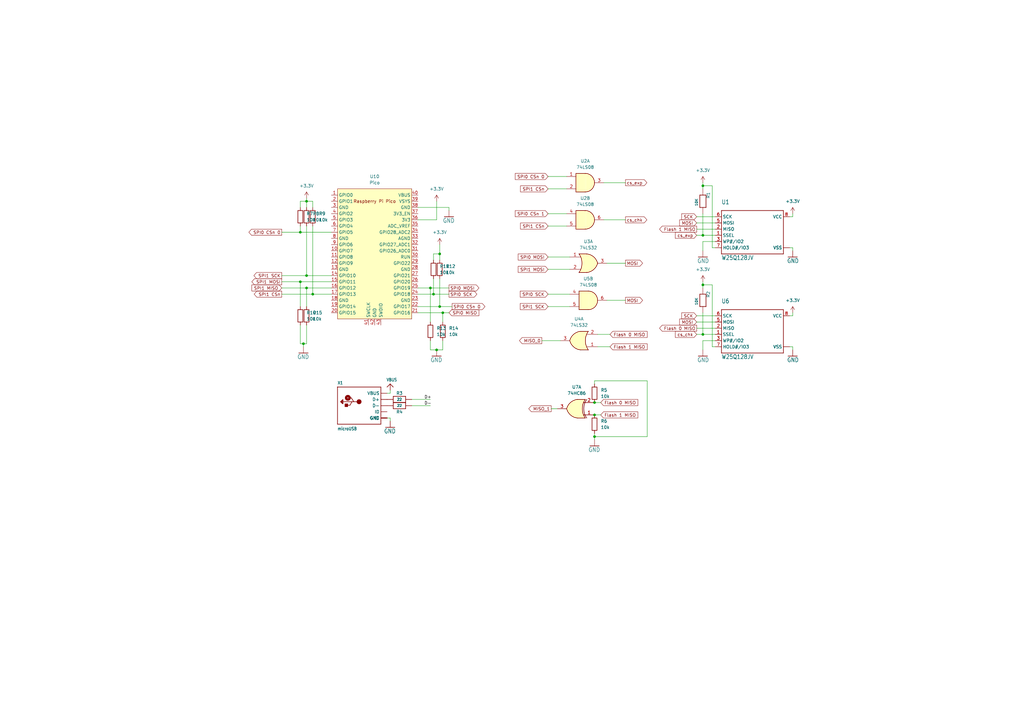
<source format=kicad_sch>
(kicad_sch (version 20230121) (generator eeschema)

  (uuid 7d3efd5b-bea2-41c4-a53c-216eead1defc)

  (paper "A3")

  (lib_symbols
    (symbol "74xx:74HC86" (pin_names (offset 1.016)) (in_bom yes) (on_board yes)
      (property "Reference" "U" (at 0 1.27 0)
        (effects (font (size 1.27 1.27)))
      )
      (property "Value" "74HC86" (at 0 -1.27 0)
        (effects (font (size 1.27 1.27)))
      )
      (property "Footprint" "" (at 0 0 0)
        (effects (font (size 1.27 1.27)) hide)
      )
      (property "Datasheet" "http://www.ti.com/lit/gpn/sn74HC86" (at 0 0 0)
        (effects (font (size 1.27 1.27)) hide)
      )
      (property "ki_locked" "" (at 0 0 0)
        (effects (font (size 1.27 1.27)))
      )
      (property "ki_keywords" "TTL XOR2" (at 0 0 0)
        (effects (font (size 1.27 1.27)) hide)
      )
      (property "ki_description" "Quad 2-input XOR" (at 0 0 0)
        (effects (font (size 1.27 1.27)) hide)
      )
      (property "ki_fp_filters" "DIP*W7.62mm*" (at 0 0 0)
        (effects (font (size 1.27 1.27)) hide)
      )
      (symbol "74HC86_1_0"
        (arc (start -4.4196 -3.81) (mid -3.2033 0) (end -4.4196 3.81)
          (stroke (width 0.254) (type default))
          (fill (type none))
        )
        (arc (start -3.81 -3.81) (mid -2.589 0) (end -3.81 3.81)
          (stroke (width 0.254) (type default))
          (fill (type none))
        )
        (arc (start -0.6096 -3.81) (mid 2.1842 -2.5851) (end 3.81 0)
          (stroke (width 0.254) (type default))
          (fill (type background))
        )
        (polyline
          (pts
            (xy -3.81 -3.81)
            (xy -0.635 -3.81)
          )
          (stroke (width 0.254) (type default))
          (fill (type background))
        )
        (polyline
          (pts
            (xy -3.81 3.81)
            (xy -0.635 3.81)
          )
          (stroke (width 0.254) (type default))
          (fill (type background))
        )
        (polyline
          (pts
            (xy -0.635 3.81)
            (xy -3.81 3.81)
            (xy -3.81 3.81)
            (xy -3.556 3.4036)
            (xy -3.0226 2.2606)
            (xy -2.6924 1.0414)
            (xy -2.6162 -0.254)
            (xy -2.7686 -1.4986)
            (xy -3.175 -2.7178)
            (xy -3.81 -3.81)
            (xy -3.81 -3.81)
            (xy -0.635 -3.81)
          )
          (stroke (width -25.4) (type default))
          (fill (type background))
        )
        (arc (start 3.81 0) (mid 2.1915 2.5936) (end -0.6096 3.81)
          (stroke (width 0.254) (type default))
          (fill (type background))
        )
        (pin input line (at -7.62 2.54 0) (length 4.445)
          (name "~" (effects (font (size 1.27 1.27))))
          (number "1" (effects (font (size 1.27 1.27))))
        )
        (pin input line (at -7.62 -2.54 0) (length 4.445)
          (name "~" (effects (font (size 1.27 1.27))))
          (number "2" (effects (font (size 1.27 1.27))))
        )
        (pin output line (at 7.62 0 180) (length 3.81)
          (name "~" (effects (font (size 1.27 1.27))))
          (number "3" (effects (font (size 1.27 1.27))))
        )
      )
      (symbol "74HC86_1_1"
        (polyline
          (pts
            (xy -3.81 -2.54)
            (xy -3.175 -2.54)
          )
          (stroke (width 0.1524) (type default))
          (fill (type none))
        )
        (polyline
          (pts
            (xy -3.81 2.54)
            (xy -3.175 2.54)
          )
          (stroke (width 0.1524) (type default))
          (fill (type none))
        )
      )
      (symbol "74HC86_2_0"
        (arc (start -4.4196 -3.81) (mid -3.2033 0) (end -4.4196 3.81)
          (stroke (width 0.254) (type default))
          (fill (type none))
        )
        (arc (start -3.81 -3.81) (mid -2.589 0) (end -3.81 3.81)
          (stroke (width 0.254) (type default))
          (fill (type none))
        )
        (arc (start -0.6096 -3.81) (mid 2.1842 -2.5851) (end 3.81 0)
          (stroke (width 0.254) (type default))
          (fill (type background))
        )
        (polyline
          (pts
            (xy -3.81 -3.81)
            (xy -0.635 -3.81)
          )
          (stroke (width 0.254) (type default))
          (fill (type background))
        )
        (polyline
          (pts
            (xy -3.81 3.81)
            (xy -0.635 3.81)
          )
          (stroke (width 0.254) (type default))
          (fill (type background))
        )
        (polyline
          (pts
            (xy -0.635 3.81)
            (xy -3.81 3.81)
            (xy -3.81 3.81)
            (xy -3.556 3.4036)
            (xy -3.0226 2.2606)
            (xy -2.6924 1.0414)
            (xy -2.6162 -0.254)
            (xy -2.7686 -1.4986)
            (xy -3.175 -2.7178)
            (xy -3.81 -3.81)
            (xy -3.81 -3.81)
            (xy -0.635 -3.81)
          )
          (stroke (width -25.4) (type default))
          (fill (type background))
        )
        (arc (start 3.81 0) (mid 2.1915 2.5936) (end -0.6096 3.81)
          (stroke (width 0.254) (type default))
          (fill (type background))
        )
        (pin input line (at -7.62 2.54 0) (length 4.445)
          (name "~" (effects (font (size 1.27 1.27))))
          (number "4" (effects (font (size 1.27 1.27))))
        )
        (pin input line (at -7.62 -2.54 0) (length 4.445)
          (name "~" (effects (font (size 1.27 1.27))))
          (number "5" (effects (font (size 1.27 1.27))))
        )
        (pin output line (at 7.62 0 180) (length 3.81)
          (name "~" (effects (font (size 1.27 1.27))))
          (number "6" (effects (font (size 1.27 1.27))))
        )
      )
      (symbol "74HC86_2_1"
        (polyline
          (pts
            (xy -3.81 -2.54)
            (xy -3.175 -2.54)
          )
          (stroke (width 0.1524) (type default))
          (fill (type none))
        )
        (polyline
          (pts
            (xy -3.81 2.54)
            (xy -3.175 2.54)
          )
          (stroke (width 0.1524) (type default))
          (fill (type none))
        )
      )
      (symbol "74HC86_3_0"
        (arc (start -4.4196 -3.81) (mid -3.2033 0) (end -4.4196 3.81)
          (stroke (width 0.254) (type default))
          (fill (type none))
        )
        (arc (start -3.81 -3.81) (mid -2.589 0) (end -3.81 3.81)
          (stroke (width 0.254) (type default))
          (fill (type none))
        )
        (arc (start -0.6096 -3.81) (mid 2.1842 -2.5851) (end 3.81 0)
          (stroke (width 0.254) (type default))
          (fill (type background))
        )
        (polyline
          (pts
            (xy -3.81 -3.81)
            (xy -0.635 -3.81)
          )
          (stroke (width 0.254) (type default))
          (fill (type background))
        )
        (polyline
          (pts
            (xy -3.81 3.81)
            (xy -0.635 3.81)
          )
          (stroke (width 0.254) (type default))
          (fill (type background))
        )
        (polyline
          (pts
            (xy -0.635 3.81)
            (xy -3.81 3.81)
            (xy -3.81 3.81)
            (xy -3.556 3.4036)
            (xy -3.0226 2.2606)
            (xy -2.6924 1.0414)
            (xy -2.6162 -0.254)
            (xy -2.7686 -1.4986)
            (xy -3.175 -2.7178)
            (xy -3.81 -3.81)
            (xy -3.81 -3.81)
            (xy -0.635 -3.81)
          )
          (stroke (width -25.4) (type default))
          (fill (type background))
        )
        (arc (start 3.81 0) (mid 2.1915 2.5936) (end -0.6096 3.81)
          (stroke (width 0.254) (type default))
          (fill (type background))
        )
        (pin input line (at -7.62 -2.54 0) (length 4.445)
          (name "~" (effects (font (size 1.27 1.27))))
          (number "10" (effects (font (size 1.27 1.27))))
        )
        (pin output line (at 7.62 0 180) (length 3.81)
          (name "~" (effects (font (size 1.27 1.27))))
          (number "8" (effects (font (size 1.27 1.27))))
        )
        (pin input line (at -7.62 2.54 0) (length 4.445)
          (name "~" (effects (font (size 1.27 1.27))))
          (number "9" (effects (font (size 1.27 1.27))))
        )
      )
      (symbol "74HC86_3_1"
        (polyline
          (pts
            (xy -3.81 -2.54)
            (xy -3.175 -2.54)
          )
          (stroke (width 0.1524) (type default))
          (fill (type none))
        )
        (polyline
          (pts
            (xy -3.81 2.54)
            (xy -3.175 2.54)
          )
          (stroke (width 0.1524) (type default))
          (fill (type none))
        )
      )
      (symbol "74HC86_4_0"
        (arc (start -4.4196 -3.81) (mid -3.2033 0) (end -4.4196 3.81)
          (stroke (width 0.254) (type default))
          (fill (type none))
        )
        (arc (start -3.81 -3.81) (mid -2.589 0) (end -3.81 3.81)
          (stroke (width 0.254) (type default))
          (fill (type none))
        )
        (arc (start -0.6096 -3.81) (mid 2.1842 -2.5851) (end 3.81 0)
          (stroke (width 0.254) (type default))
          (fill (type background))
        )
        (polyline
          (pts
            (xy -3.81 -3.81)
            (xy -0.635 -3.81)
          )
          (stroke (width 0.254) (type default))
          (fill (type background))
        )
        (polyline
          (pts
            (xy -3.81 3.81)
            (xy -0.635 3.81)
          )
          (stroke (width 0.254) (type default))
          (fill (type background))
        )
        (polyline
          (pts
            (xy -0.635 3.81)
            (xy -3.81 3.81)
            (xy -3.81 3.81)
            (xy -3.556 3.4036)
            (xy -3.0226 2.2606)
            (xy -2.6924 1.0414)
            (xy -2.6162 -0.254)
            (xy -2.7686 -1.4986)
            (xy -3.175 -2.7178)
            (xy -3.81 -3.81)
            (xy -3.81 -3.81)
            (xy -0.635 -3.81)
          )
          (stroke (width -25.4) (type default))
          (fill (type background))
        )
        (arc (start 3.81 0) (mid 2.1915 2.5936) (end -0.6096 3.81)
          (stroke (width 0.254) (type default))
          (fill (type background))
        )
        (pin output line (at 7.62 0 180) (length 3.81)
          (name "~" (effects (font (size 1.27 1.27))))
          (number "11" (effects (font (size 1.27 1.27))))
        )
        (pin input line (at -7.62 2.54 0) (length 4.445)
          (name "~" (effects (font (size 1.27 1.27))))
          (number "12" (effects (font (size 1.27 1.27))))
        )
        (pin input line (at -7.62 -2.54 0) (length 4.445)
          (name "~" (effects (font (size 1.27 1.27))))
          (number "13" (effects (font (size 1.27 1.27))))
        )
      )
      (symbol "74HC86_4_1"
        (polyline
          (pts
            (xy -3.81 -2.54)
            (xy -3.175 -2.54)
          )
          (stroke (width 0.1524) (type default))
          (fill (type none))
        )
        (polyline
          (pts
            (xy -3.81 2.54)
            (xy -3.175 2.54)
          )
          (stroke (width 0.1524) (type default))
          (fill (type none))
        )
      )
      (symbol "74HC86_5_0"
        (pin power_in line (at 0 12.7 270) (length 5.08)
          (name "VCC" (effects (font (size 1.27 1.27))))
          (number "14" (effects (font (size 1.27 1.27))))
        )
        (pin power_in line (at 0 -12.7 90) (length 5.08)
          (name "GND" (effects (font (size 1.27 1.27))))
          (number "7" (effects (font (size 1.27 1.27))))
        )
      )
      (symbol "74HC86_5_1"
        (rectangle (start -5.08 7.62) (end 5.08 -7.62)
          (stroke (width 0.254) (type default))
          (fill (type background))
        )
      )
    )
    (symbol "74xx:74LS08" (pin_names (offset 1.016)) (in_bom yes) (on_board yes)
      (property "Reference" "U" (at 0 1.27 0)
        (effects (font (size 1.27 1.27)))
      )
      (property "Value" "74LS08" (at 0 -1.27 0)
        (effects (font (size 1.27 1.27)))
      )
      (property "Footprint" "" (at 0 0 0)
        (effects (font (size 1.27 1.27)) hide)
      )
      (property "Datasheet" "http://www.ti.com/lit/gpn/sn74LS08" (at 0 0 0)
        (effects (font (size 1.27 1.27)) hide)
      )
      (property "ki_locked" "" (at 0 0 0)
        (effects (font (size 1.27 1.27)))
      )
      (property "ki_keywords" "TTL and2" (at 0 0 0)
        (effects (font (size 1.27 1.27)) hide)
      )
      (property "ki_description" "Quad And2" (at 0 0 0)
        (effects (font (size 1.27 1.27)) hide)
      )
      (property "ki_fp_filters" "DIP*W7.62mm*" (at 0 0 0)
        (effects (font (size 1.27 1.27)) hide)
      )
      (symbol "74LS08_1_1"
        (arc (start 0 -3.81) (mid 3.7934 0) (end 0 3.81)
          (stroke (width 0.254) (type default))
          (fill (type background))
        )
        (polyline
          (pts
            (xy 0 3.81)
            (xy -3.81 3.81)
            (xy -3.81 -3.81)
            (xy 0 -3.81)
          )
          (stroke (width 0.254) (type default))
          (fill (type background))
        )
        (pin input line (at -7.62 2.54 0) (length 3.81)
          (name "~" (effects (font (size 1.27 1.27))))
          (number "1" (effects (font (size 1.27 1.27))))
        )
        (pin input line (at -7.62 -2.54 0) (length 3.81)
          (name "~" (effects (font (size 1.27 1.27))))
          (number "2" (effects (font (size 1.27 1.27))))
        )
        (pin output line (at 7.62 0 180) (length 3.81)
          (name "~" (effects (font (size 1.27 1.27))))
          (number "3" (effects (font (size 1.27 1.27))))
        )
      )
      (symbol "74LS08_1_2"
        (arc (start -3.81 -3.81) (mid -2.589 0) (end -3.81 3.81)
          (stroke (width 0.254) (type default))
          (fill (type none))
        )
        (arc (start -0.6096 -3.81) (mid 2.1842 -2.5851) (end 3.81 0)
          (stroke (width 0.254) (type default))
          (fill (type background))
        )
        (polyline
          (pts
            (xy -3.81 -3.81)
            (xy -0.635 -3.81)
          )
          (stroke (width 0.254) (type default))
          (fill (type background))
        )
        (polyline
          (pts
            (xy -3.81 3.81)
            (xy -0.635 3.81)
          )
          (stroke (width 0.254) (type default))
          (fill (type background))
        )
        (polyline
          (pts
            (xy -0.635 3.81)
            (xy -3.81 3.81)
            (xy -3.81 3.81)
            (xy -3.556 3.4036)
            (xy -3.0226 2.2606)
            (xy -2.6924 1.0414)
            (xy -2.6162 -0.254)
            (xy -2.7686 -1.4986)
            (xy -3.175 -2.7178)
            (xy -3.81 -3.81)
            (xy -3.81 -3.81)
            (xy -0.635 -3.81)
          )
          (stroke (width -25.4) (type default))
          (fill (type background))
        )
        (arc (start 3.81 0) (mid 2.1915 2.5936) (end -0.6096 3.81)
          (stroke (width 0.254) (type default))
          (fill (type background))
        )
        (pin input inverted (at -7.62 2.54 0) (length 4.318)
          (name "~" (effects (font (size 1.27 1.27))))
          (number "1" (effects (font (size 1.27 1.27))))
        )
        (pin input inverted (at -7.62 -2.54 0) (length 4.318)
          (name "~" (effects (font (size 1.27 1.27))))
          (number "2" (effects (font (size 1.27 1.27))))
        )
        (pin output inverted (at 7.62 0 180) (length 3.81)
          (name "~" (effects (font (size 1.27 1.27))))
          (number "3" (effects (font (size 1.27 1.27))))
        )
      )
      (symbol "74LS08_2_1"
        (arc (start 0 -3.81) (mid 3.7934 0) (end 0 3.81)
          (stroke (width 0.254) (type default))
          (fill (type background))
        )
        (polyline
          (pts
            (xy 0 3.81)
            (xy -3.81 3.81)
            (xy -3.81 -3.81)
            (xy 0 -3.81)
          )
          (stroke (width 0.254) (type default))
          (fill (type background))
        )
        (pin input line (at -7.62 2.54 0) (length 3.81)
          (name "~" (effects (font (size 1.27 1.27))))
          (number "4" (effects (font (size 1.27 1.27))))
        )
        (pin input line (at -7.62 -2.54 0) (length 3.81)
          (name "~" (effects (font (size 1.27 1.27))))
          (number "5" (effects (font (size 1.27 1.27))))
        )
        (pin output line (at 7.62 0 180) (length 3.81)
          (name "~" (effects (font (size 1.27 1.27))))
          (number "6" (effects (font (size 1.27 1.27))))
        )
      )
      (symbol "74LS08_2_2"
        (arc (start -3.81 -3.81) (mid -2.589 0) (end -3.81 3.81)
          (stroke (width 0.254) (type default))
          (fill (type none))
        )
        (arc (start -0.6096 -3.81) (mid 2.1842 -2.5851) (end 3.81 0)
          (stroke (width 0.254) (type default))
          (fill (type background))
        )
        (polyline
          (pts
            (xy -3.81 -3.81)
            (xy -0.635 -3.81)
          )
          (stroke (width 0.254) (type default))
          (fill (type background))
        )
        (polyline
          (pts
            (xy -3.81 3.81)
            (xy -0.635 3.81)
          )
          (stroke (width 0.254) (type default))
          (fill (type background))
        )
        (polyline
          (pts
            (xy -0.635 3.81)
            (xy -3.81 3.81)
            (xy -3.81 3.81)
            (xy -3.556 3.4036)
            (xy -3.0226 2.2606)
            (xy -2.6924 1.0414)
            (xy -2.6162 -0.254)
            (xy -2.7686 -1.4986)
            (xy -3.175 -2.7178)
            (xy -3.81 -3.81)
            (xy -3.81 -3.81)
            (xy -0.635 -3.81)
          )
          (stroke (width -25.4) (type default))
          (fill (type background))
        )
        (arc (start 3.81 0) (mid 2.1915 2.5936) (end -0.6096 3.81)
          (stroke (width 0.254) (type default))
          (fill (type background))
        )
        (pin input inverted (at -7.62 2.54 0) (length 4.318)
          (name "~" (effects (font (size 1.27 1.27))))
          (number "4" (effects (font (size 1.27 1.27))))
        )
        (pin input inverted (at -7.62 -2.54 0) (length 4.318)
          (name "~" (effects (font (size 1.27 1.27))))
          (number "5" (effects (font (size 1.27 1.27))))
        )
        (pin output inverted (at 7.62 0 180) (length 3.81)
          (name "~" (effects (font (size 1.27 1.27))))
          (number "6" (effects (font (size 1.27 1.27))))
        )
      )
      (symbol "74LS08_3_1"
        (arc (start 0 -3.81) (mid 3.7934 0) (end 0 3.81)
          (stroke (width 0.254) (type default))
          (fill (type background))
        )
        (polyline
          (pts
            (xy 0 3.81)
            (xy -3.81 3.81)
            (xy -3.81 -3.81)
            (xy 0 -3.81)
          )
          (stroke (width 0.254) (type default))
          (fill (type background))
        )
        (pin input line (at -7.62 -2.54 0) (length 3.81)
          (name "~" (effects (font (size 1.27 1.27))))
          (number "10" (effects (font (size 1.27 1.27))))
        )
        (pin output line (at 7.62 0 180) (length 3.81)
          (name "~" (effects (font (size 1.27 1.27))))
          (number "8" (effects (font (size 1.27 1.27))))
        )
        (pin input line (at -7.62 2.54 0) (length 3.81)
          (name "~" (effects (font (size 1.27 1.27))))
          (number "9" (effects (font (size 1.27 1.27))))
        )
      )
      (symbol "74LS08_3_2"
        (arc (start -3.81 -3.81) (mid -2.589 0) (end -3.81 3.81)
          (stroke (width 0.254) (type default))
          (fill (type none))
        )
        (arc (start -0.6096 -3.81) (mid 2.1842 -2.5851) (end 3.81 0)
          (stroke (width 0.254) (type default))
          (fill (type background))
        )
        (polyline
          (pts
            (xy -3.81 -3.81)
            (xy -0.635 -3.81)
          )
          (stroke (width 0.254) (type default))
          (fill (type background))
        )
        (polyline
          (pts
            (xy -3.81 3.81)
            (xy -0.635 3.81)
          )
          (stroke (width 0.254) (type default))
          (fill (type background))
        )
        (polyline
          (pts
            (xy -0.635 3.81)
            (xy -3.81 3.81)
            (xy -3.81 3.81)
            (xy -3.556 3.4036)
            (xy -3.0226 2.2606)
            (xy -2.6924 1.0414)
            (xy -2.6162 -0.254)
            (xy -2.7686 -1.4986)
            (xy -3.175 -2.7178)
            (xy -3.81 -3.81)
            (xy -3.81 -3.81)
            (xy -0.635 -3.81)
          )
          (stroke (width -25.4) (type default))
          (fill (type background))
        )
        (arc (start 3.81 0) (mid 2.1915 2.5936) (end -0.6096 3.81)
          (stroke (width 0.254) (type default))
          (fill (type background))
        )
        (pin input inverted (at -7.62 -2.54 0) (length 4.318)
          (name "~" (effects (font (size 1.27 1.27))))
          (number "10" (effects (font (size 1.27 1.27))))
        )
        (pin output inverted (at 7.62 0 180) (length 3.81)
          (name "~" (effects (font (size 1.27 1.27))))
          (number "8" (effects (font (size 1.27 1.27))))
        )
        (pin input inverted (at -7.62 2.54 0) (length 4.318)
          (name "~" (effects (font (size 1.27 1.27))))
          (number "9" (effects (font (size 1.27 1.27))))
        )
      )
      (symbol "74LS08_4_1"
        (arc (start 0 -3.81) (mid 3.7934 0) (end 0 3.81)
          (stroke (width 0.254) (type default))
          (fill (type background))
        )
        (polyline
          (pts
            (xy 0 3.81)
            (xy -3.81 3.81)
            (xy -3.81 -3.81)
            (xy 0 -3.81)
          )
          (stroke (width 0.254) (type default))
          (fill (type background))
        )
        (pin output line (at 7.62 0 180) (length 3.81)
          (name "~" (effects (font (size 1.27 1.27))))
          (number "11" (effects (font (size 1.27 1.27))))
        )
        (pin input line (at -7.62 2.54 0) (length 3.81)
          (name "~" (effects (font (size 1.27 1.27))))
          (number "12" (effects (font (size 1.27 1.27))))
        )
        (pin input line (at -7.62 -2.54 0) (length 3.81)
          (name "~" (effects (font (size 1.27 1.27))))
          (number "13" (effects (font (size 1.27 1.27))))
        )
      )
      (symbol "74LS08_4_2"
        (arc (start -3.81 -3.81) (mid -2.589 0) (end -3.81 3.81)
          (stroke (width 0.254) (type default))
          (fill (type none))
        )
        (arc (start -0.6096 -3.81) (mid 2.1842 -2.5851) (end 3.81 0)
          (stroke (width 0.254) (type default))
          (fill (type background))
        )
        (polyline
          (pts
            (xy -3.81 -3.81)
            (xy -0.635 -3.81)
          )
          (stroke (width 0.254) (type default))
          (fill (type background))
        )
        (polyline
          (pts
            (xy -3.81 3.81)
            (xy -0.635 3.81)
          )
          (stroke (width 0.254) (type default))
          (fill (type background))
        )
        (polyline
          (pts
            (xy -0.635 3.81)
            (xy -3.81 3.81)
            (xy -3.81 3.81)
            (xy -3.556 3.4036)
            (xy -3.0226 2.2606)
            (xy -2.6924 1.0414)
            (xy -2.6162 -0.254)
            (xy -2.7686 -1.4986)
            (xy -3.175 -2.7178)
            (xy -3.81 -3.81)
            (xy -3.81 -3.81)
            (xy -0.635 -3.81)
          )
          (stroke (width -25.4) (type default))
          (fill (type background))
        )
        (arc (start 3.81 0) (mid 2.1915 2.5936) (end -0.6096 3.81)
          (stroke (width 0.254) (type default))
          (fill (type background))
        )
        (pin output inverted (at 7.62 0 180) (length 3.81)
          (name "~" (effects (font (size 1.27 1.27))))
          (number "11" (effects (font (size 1.27 1.27))))
        )
        (pin input inverted (at -7.62 2.54 0) (length 4.318)
          (name "~" (effects (font (size 1.27 1.27))))
          (number "12" (effects (font (size 1.27 1.27))))
        )
        (pin input inverted (at -7.62 -2.54 0) (length 4.318)
          (name "~" (effects (font (size 1.27 1.27))))
          (number "13" (effects (font (size 1.27 1.27))))
        )
      )
      (symbol "74LS08_5_0"
        (pin power_in line (at 0 12.7 270) (length 5.08)
          (name "VCC" (effects (font (size 1.27 1.27))))
          (number "14" (effects (font (size 1.27 1.27))))
        )
        (pin power_in line (at 0 -12.7 90) (length 5.08)
          (name "GND" (effects (font (size 1.27 1.27))))
          (number "7" (effects (font (size 1.27 1.27))))
        )
      )
      (symbol "74LS08_5_1"
        (rectangle (start -5.08 7.62) (end 5.08 -7.62)
          (stroke (width 0.254) (type default))
          (fill (type background))
        )
      )
    )
    (symbol "74xx:74LS32" (pin_names (offset 1.016)) (in_bom yes) (on_board yes)
      (property "Reference" "U" (at 0 1.27 0)
        (effects (font (size 1.27 1.27)))
      )
      (property "Value" "74LS32" (at 0 -1.27 0)
        (effects (font (size 1.27 1.27)))
      )
      (property "Footprint" "" (at 0 0 0)
        (effects (font (size 1.27 1.27)) hide)
      )
      (property "Datasheet" "http://www.ti.com/lit/gpn/sn74LS32" (at 0 0 0)
        (effects (font (size 1.27 1.27)) hide)
      )
      (property "ki_locked" "" (at 0 0 0)
        (effects (font (size 1.27 1.27)))
      )
      (property "ki_keywords" "TTL Or2" (at 0 0 0)
        (effects (font (size 1.27 1.27)) hide)
      )
      (property "ki_description" "Quad 2-input OR" (at 0 0 0)
        (effects (font (size 1.27 1.27)) hide)
      )
      (property "ki_fp_filters" "DIP?14*" (at 0 0 0)
        (effects (font (size 1.27 1.27)) hide)
      )
      (symbol "74LS32_1_1"
        (arc (start -3.81 -3.81) (mid -2.589 0) (end -3.81 3.81)
          (stroke (width 0.254) (type default))
          (fill (type none))
        )
        (arc (start -0.6096 -3.81) (mid 2.1842 -2.5851) (end 3.81 0)
          (stroke (width 0.254) (type default))
          (fill (type background))
        )
        (polyline
          (pts
            (xy -3.81 -3.81)
            (xy -0.635 -3.81)
          )
          (stroke (width 0.254) (type default))
          (fill (type background))
        )
        (polyline
          (pts
            (xy -3.81 3.81)
            (xy -0.635 3.81)
          )
          (stroke (width 0.254) (type default))
          (fill (type background))
        )
        (polyline
          (pts
            (xy -0.635 3.81)
            (xy -3.81 3.81)
            (xy -3.81 3.81)
            (xy -3.556 3.4036)
            (xy -3.0226 2.2606)
            (xy -2.6924 1.0414)
            (xy -2.6162 -0.254)
            (xy -2.7686 -1.4986)
            (xy -3.175 -2.7178)
            (xy -3.81 -3.81)
            (xy -3.81 -3.81)
            (xy -0.635 -3.81)
          )
          (stroke (width -25.4) (type default))
          (fill (type background))
        )
        (arc (start 3.81 0) (mid 2.1915 2.5936) (end -0.6096 3.81)
          (stroke (width 0.254) (type default))
          (fill (type background))
        )
        (pin input line (at -7.62 2.54 0) (length 4.318)
          (name "~" (effects (font (size 1.27 1.27))))
          (number "1" (effects (font (size 1.27 1.27))))
        )
        (pin input line (at -7.62 -2.54 0) (length 4.318)
          (name "~" (effects (font (size 1.27 1.27))))
          (number "2" (effects (font (size 1.27 1.27))))
        )
        (pin output line (at 7.62 0 180) (length 3.81)
          (name "~" (effects (font (size 1.27 1.27))))
          (number "3" (effects (font (size 1.27 1.27))))
        )
      )
      (symbol "74LS32_1_2"
        (arc (start 0 -3.81) (mid 3.7934 0) (end 0 3.81)
          (stroke (width 0.254) (type default))
          (fill (type background))
        )
        (polyline
          (pts
            (xy 0 3.81)
            (xy -3.81 3.81)
            (xy -3.81 -3.81)
            (xy 0 -3.81)
          )
          (stroke (width 0.254) (type default))
          (fill (type background))
        )
        (pin input inverted (at -7.62 2.54 0) (length 3.81)
          (name "~" (effects (font (size 1.27 1.27))))
          (number "1" (effects (font (size 1.27 1.27))))
        )
        (pin input inverted (at -7.62 -2.54 0) (length 3.81)
          (name "~" (effects (font (size 1.27 1.27))))
          (number "2" (effects (font (size 1.27 1.27))))
        )
        (pin output inverted (at 7.62 0 180) (length 3.81)
          (name "~" (effects (font (size 1.27 1.27))))
          (number "3" (effects (font (size 1.27 1.27))))
        )
      )
      (symbol "74LS32_2_1"
        (arc (start -3.81 -3.81) (mid -2.589 0) (end -3.81 3.81)
          (stroke (width 0.254) (type default))
          (fill (type none))
        )
        (arc (start -0.6096 -3.81) (mid 2.1842 -2.5851) (end 3.81 0)
          (stroke (width 0.254) (type default))
          (fill (type background))
        )
        (polyline
          (pts
            (xy -3.81 -3.81)
            (xy -0.635 -3.81)
          )
          (stroke (width 0.254) (type default))
          (fill (type background))
        )
        (polyline
          (pts
            (xy -3.81 3.81)
            (xy -0.635 3.81)
          )
          (stroke (width 0.254) (type default))
          (fill (type background))
        )
        (polyline
          (pts
            (xy -0.635 3.81)
            (xy -3.81 3.81)
            (xy -3.81 3.81)
            (xy -3.556 3.4036)
            (xy -3.0226 2.2606)
            (xy -2.6924 1.0414)
            (xy -2.6162 -0.254)
            (xy -2.7686 -1.4986)
            (xy -3.175 -2.7178)
            (xy -3.81 -3.81)
            (xy -3.81 -3.81)
            (xy -0.635 -3.81)
          )
          (stroke (width -25.4) (type default))
          (fill (type background))
        )
        (arc (start 3.81 0) (mid 2.1915 2.5936) (end -0.6096 3.81)
          (stroke (width 0.254) (type default))
          (fill (type background))
        )
        (pin input line (at -7.62 2.54 0) (length 4.318)
          (name "~" (effects (font (size 1.27 1.27))))
          (number "4" (effects (font (size 1.27 1.27))))
        )
        (pin input line (at -7.62 -2.54 0) (length 4.318)
          (name "~" (effects (font (size 1.27 1.27))))
          (number "5" (effects (font (size 1.27 1.27))))
        )
        (pin output line (at 7.62 0 180) (length 3.81)
          (name "~" (effects (font (size 1.27 1.27))))
          (number "6" (effects (font (size 1.27 1.27))))
        )
      )
      (symbol "74LS32_2_2"
        (arc (start 0 -3.81) (mid 3.7934 0) (end 0 3.81)
          (stroke (width 0.254) (type default))
          (fill (type background))
        )
        (polyline
          (pts
            (xy 0 3.81)
            (xy -3.81 3.81)
            (xy -3.81 -3.81)
            (xy 0 -3.81)
          )
          (stroke (width 0.254) (type default))
          (fill (type background))
        )
        (pin input inverted (at -7.62 2.54 0) (length 3.81)
          (name "~" (effects (font (size 1.27 1.27))))
          (number "4" (effects (font (size 1.27 1.27))))
        )
        (pin input inverted (at -7.62 -2.54 0) (length 3.81)
          (name "~" (effects (font (size 1.27 1.27))))
          (number "5" (effects (font (size 1.27 1.27))))
        )
        (pin output inverted (at 7.62 0 180) (length 3.81)
          (name "~" (effects (font (size 1.27 1.27))))
          (number "6" (effects (font (size 1.27 1.27))))
        )
      )
      (symbol "74LS32_3_1"
        (arc (start -3.81 -3.81) (mid -2.589 0) (end -3.81 3.81)
          (stroke (width 0.254) (type default))
          (fill (type none))
        )
        (arc (start -0.6096 -3.81) (mid 2.1842 -2.5851) (end 3.81 0)
          (stroke (width 0.254) (type default))
          (fill (type background))
        )
        (polyline
          (pts
            (xy -3.81 -3.81)
            (xy -0.635 -3.81)
          )
          (stroke (width 0.254) (type default))
          (fill (type background))
        )
        (polyline
          (pts
            (xy -3.81 3.81)
            (xy -0.635 3.81)
          )
          (stroke (width 0.254) (type default))
          (fill (type background))
        )
        (polyline
          (pts
            (xy -0.635 3.81)
            (xy -3.81 3.81)
            (xy -3.81 3.81)
            (xy -3.556 3.4036)
            (xy -3.0226 2.2606)
            (xy -2.6924 1.0414)
            (xy -2.6162 -0.254)
            (xy -2.7686 -1.4986)
            (xy -3.175 -2.7178)
            (xy -3.81 -3.81)
            (xy -3.81 -3.81)
            (xy -0.635 -3.81)
          )
          (stroke (width -25.4) (type default))
          (fill (type background))
        )
        (arc (start 3.81 0) (mid 2.1915 2.5936) (end -0.6096 3.81)
          (stroke (width 0.254) (type default))
          (fill (type background))
        )
        (pin input line (at -7.62 -2.54 0) (length 4.318)
          (name "~" (effects (font (size 1.27 1.27))))
          (number "10" (effects (font (size 1.27 1.27))))
        )
        (pin output line (at 7.62 0 180) (length 3.81)
          (name "~" (effects (font (size 1.27 1.27))))
          (number "8" (effects (font (size 1.27 1.27))))
        )
        (pin input line (at -7.62 2.54 0) (length 4.318)
          (name "~" (effects (font (size 1.27 1.27))))
          (number "9" (effects (font (size 1.27 1.27))))
        )
      )
      (symbol "74LS32_3_2"
        (arc (start 0 -3.81) (mid 3.7934 0) (end 0 3.81)
          (stroke (width 0.254) (type default))
          (fill (type background))
        )
        (polyline
          (pts
            (xy 0 3.81)
            (xy -3.81 3.81)
            (xy -3.81 -3.81)
            (xy 0 -3.81)
          )
          (stroke (width 0.254) (type default))
          (fill (type background))
        )
        (pin input inverted (at -7.62 -2.54 0) (length 3.81)
          (name "~" (effects (font (size 1.27 1.27))))
          (number "10" (effects (font (size 1.27 1.27))))
        )
        (pin output inverted (at 7.62 0 180) (length 3.81)
          (name "~" (effects (font (size 1.27 1.27))))
          (number "8" (effects (font (size 1.27 1.27))))
        )
        (pin input inverted (at -7.62 2.54 0) (length 3.81)
          (name "~" (effects (font (size 1.27 1.27))))
          (number "9" (effects (font (size 1.27 1.27))))
        )
      )
      (symbol "74LS32_4_1"
        (arc (start -3.81 -3.81) (mid -2.589 0) (end -3.81 3.81)
          (stroke (width 0.254) (type default))
          (fill (type none))
        )
        (arc (start -0.6096 -3.81) (mid 2.1842 -2.5851) (end 3.81 0)
          (stroke (width 0.254) (type default))
          (fill (type background))
        )
        (polyline
          (pts
            (xy -3.81 -3.81)
            (xy -0.635 -3.81)
          )
          (stroke (width 0.254) (type default))
          (fill (type background))
        )
        (polyline
          (pts
            (xy -3.81 3.81)
            (xy -0.635 3.81)
          )
          (stroke (width 0.254) (type default))
          (fill (type background))
        )
        (polyline
          (pts
            (xy -0.635 3.81)
            (xy -3.81 3.81)
            (xy -3.81 3.81)
            (xy -3.556 3.4036)
            (xy -3.0226 2.2606)
            (xy -2.6924 1.0414)
            (xy -2.6162 -0.254)
            (xy -2.7686 -1.4986)
            (xy -3.175 -2.7178)
            (xy -3.81 -3.81)
            (xy -3.81 -3.81)
            (xy -0.635 -3.81)
          )
          (stroke (width -25.4) (type default))
          (fill (type background))
        )
        (arc (start 3.81 0) (mid 2.1915 2.5936) (end -0.6096 3.81)
          (stroke (width 0.254) (type default))
          (fill (type background))
        )
        (pin output line (at 7.62 0 180) (length 3.81)
          (name "~" (effects (font (size 1.27 1.27))))
          (number "11" (effects (font (size 1.27 1.27))))
        )
        (pin input line (at -7.62 2.54 0) (length 4.318)
          (name "~" (effects (font (size 1.27 1.27))))
          (number "12" (effects (font (size 1.27 1.27))))
        )
        (pin input line (at -7.62 -2.54 0) (length 4.318)
          (name "~" (effects (font (size 1.27 1.27))))
          (number "13" (effects (font (size 1.27 1.27))))
        )
      )
      (symbol "74LS32_4_2"
        (arc (start 0 -3.81) (mid 3.7934 0) (end 0 3.81)
          (stroke (width 0.254) (type default))
          (fill (type background))
        )
        (polyline
          (pts
            (xy 0 3.81)
            (xy -3.81 3.81)
            (xy -3.81 -3.81)
            (xy 0 -3.81)
          )
          (stroke (width 0.254) (type default))
          (fill (type background))
        )
        (pin output inverted (at 7.62 0 180) (length 3.81)
          (name "~" (effects (font (size 1.27 1.27))))
          (number "11" (effects (font (size 1.27 1.27))))
        )
        (pin input inverted (at -7.62 2.54 0) (length 3.81)
          (name "~" (effects (font (size 1.27 1.27))))
          (number "12" (effects (font (size 1.27 1.27))))
        )
        (pin input inverted (at -7.62 -2.54 0) (length 3.81)
          (name "~" (effects (font (size 1.27 1.27))))
          (number "13" (effects (font (size 1.27 1.27))))
        )
      )
      (symbol "74LS32_5_0"
        (pin power_in line (at 0 12.7 270) (length 5.08)
          (name "VCC" (effects (font (size 1.27 1.27))))
          (number "14" (effects (font (size 1.27 1.27))))
        )
        (pin power_in line (at 0 -12.7 90) (length 5.08)
          (name "GND" (effects (font (size 1.27 1.27))))
          (number "7" (effects (font (size 1.27 1.27))))
        )
      )
      (symbol "74LS32_5_1"
        (rectangle (start -5.08 7.62) (end 5.08 -7.62)
          (stroke (width 0.254) (type default))
          (fill (type background))
        )
      )
    )
    (symbol "Adafruit ItsyBitsy RP2040-eagle-import:GND" (power) (in_bom yes) (on_board yes)
      (property "Reference" "#GND" (at 0 0 0)
        (effects (font (size 1.27 1.27)) hide)
      )
      (property "Value" "GND" (at -2.54 -2.54 0)
        (effects (font (size 1.778 1.5113)) (justify left bottom))
      )
      (property "Footprint" "Adafruit ItsyBitsy RP2040:" (at 0 0 0)
        (effects (font (size 1.27 1.27)) hide)
      )
      (property "Datasheet" "" (at 0 0 0)
        (effects (font (size 1.27 1.27)) hide)
      )
      (property "ki_locked" "" (at 0 0 0)
        (effects (font (size 1.27 1.27)))
      )
      (symbol "GND_1_0"
        (polyline
          (pts
            (xy -1.905 0)
            (xy 1.905 0)
          )
          (stroke (width 0.254) (type default))
          (fill (type none))
        )
        (pin power_in line (at 0 2.54 270) (length 2.54)
          (name "GND" (effects (font (size 0 0))))
          (number "1" (effects (font (size 0 0))))
        )
      )
    )
    (symbol "Adafruit ItsyBitsy RP2040-eagle-import:RESISTOR_0402NO" (in_bom yes) (on_board yes)
      (property "Reference" "R" (at 0 2.54 0)
        (effects (font (size 1.27 1.27)))
      )
      (property "Value" "RESISTOR_0402NO" (at 0 0 0)
        (effects (font (size 1.016 1.016) bold))
      )
      (property "Footprint" "Adafruit ItsyBitsy RP2040:_0402NO" (at 0 0 0)
        (effects (font (size 1.27 1.27)) hide)
      )
      (property "Datasheet" "" (at 0 0 0)
        (effects (font (size 1.27 1.27)) hide)
      )
      (property "ki_locked" "" (at 0 0 0)
        (effects (font (size 1.27 1.27)))
      )
      (symbol "RESISTOR_0402NO_1_0"
        (polyline
          (pts
            (xy -2.54 -1.27)
            (xy -2.54 1.27)
          )
          (stroke (width 0.254) (type default))
          (fill (type none))
        )
        (polyline
          (pts
            (xy -2.54 1.27)
            (xy 2.54 1.27)
          )
          (stroke (width 0.254) (type default))
          (fill (type none))
        )
        (polyline
          (pts
            (xy 2.54 -1.27)
            (xy -2.54 -1.27)
          )
          (stroke (width 0.254) (type default))
          (fill (type none))
        )
        (polyline
          (pts
            (xy 2.54 1.27)
            (xy 2.54 -1.27)
          )
          (stroke (width 0.254) (type default))
          (fill (type none))
        )
        (pin passive line (at -5.08 0 0) (length 2.54)
          (name "1" (effects (font (size 0 0))))
          (number "1" (effects (font (size 0 0))))
        )
        (pin passive line (at 5.08 0 180) (length 2.54)
          (name "2" (effects (font (size 0 0))))
          (number "2" (effects (font (size 0 0))))
        )
      )
    )
    (symbol "Adafruit ItsyBitsy RP2040-eagle-import:SPIFLASH_8PIN_4X4" (in_bom yes) (on_board yes)
      (property "Reference" "U" (at -12.7 12.7 0)
        (effects (font (size 1.778 1.5113)) (justify left bottom))
      )
      (property "Value" "SPIFLASH_8PIN_4X4" (at -12.7 -10.16 0)
        (effects (font (size 1.778 1.5113)) (justify left bottom))
      )
      (property "Footprint" "Adafruit ItsyBitsy RP2040:USON8_4X4" (at 0 0 0)
        (effects (font (size 1.27 1.27)) hide)
      )
      (property "Datasheet" "" (at 0 0 0)
        (effects (font (size 1.27 1.27)) hide)
      )
      (property "ki_locked" "" (at 0 0 0)
        (effects (font (size 1.27 1.27)))
      )
      (symbol "SPIFLASH_8PIN_4X4_1_0"
        (polyline
          (pts
            (xy -12.7 -7.62)
            (xy -12.7 10.16)
          )
          (stroke (width 0.254) (type default))
          (fill (type none))
        )
        (polyline
          (pts
            (xy -12.7 10.16)
            (xy 12.7 10.16)
          )
          (stroke (width 0.254) (type default))
          (fill (type none))
        )
        (polyline
          (pts
            (xy 12.7 -7.62)
            (xy -12.7 -7.62)
          )
          (stroke (width 0.254) (type default))
          (fill (type none))
        )
        (polyline
          (pts
            (xy 12.7 10.16)
            (xy 12.7 -7.62)
          )
          (stroke (width 0.254) (type default))
          (fill (type none))
        )
        (pin bidirectional line (at -15.24 0 0) (length 2.54)
          (name "SSEL" (effects (font (size 1.27 1.27))))
          (number "1" (effects (font (size 1.27 1.27))))
        )
        (pin bidirectional line (at -15.24 2.54 0) (length 2.54)
          (name "MISO" (effects (font (size 1.27 1.27))))
          (number "2" (effects (font (size 1.27 1.27))))
        )
        (pin bidirectional line (at -15.24 -2.54 0) (length 2.54)
          (name "WP#/IO2" (effects (font (size 1.27 1.27))))
          (number "3" (effects (font (size 1.27 1.27))))
        )
        (pin bidirectional line (at 15.24 -5.08 180) (length 2.54)
          (name "VSS" (effects (font (size 1.27 1.27))))
          (number "4" (effects (font (size 0 0))))
        )
        (pin bidirectional line (at -15.24 5.08 0) (length 2.54)
          (name "MOSI" (effects (font (size 1.27 1.27))))
          (number "5" (effects (font (size 1.27 1.27))))
        )
        (pin bidirectional line (at -15.24 7.62 0) (length 2.54)
          (name "SCK" (effects (font (size 1.27 1.27))))
          (number "6" (effects (font (size 1.27 1.27))))
        )
        (pin bidirectional line (at -15.24 -5.08 0) (length 2.54)
          (name "HOLD#/IO3" (effects (font (size 1.27 1.27))))
          (number "7" (effects (font (size 1.27 1.27))))
        )
        (pin bidirectional line (at 15.24 7.62 180) (length 2.54)
          (name "VCC" (effects (font (size 1.27 1.27))))
          (number "8" (effects (font (size 1.27 1.27))))
        )
        (pin bidirectional line (at 15.24 -5.08 180) (length 2.54)
          (name "VSS" (effects (font (size 1.27 1.27))))
          (number "PAD" (effects (font (size 0 0))))
        )
      )
    )
    (symbol "Adafruit ItsyBitsy RP2040-eagle-import:USB_MICRO_NARROW" (in_bom yes) (on_board yes)
      (property "Reference" "X" (at -10.16 8.636 0)
        (effects (font (size 1.27 1.0795)) (justify left bottom))
      )
      (property "Value" "USB_MICRO_NARROW" (at -10.16 -10.16 0)
        (effects (font (size 1.27 1.0795)) (justify left bottom))
      )
      (property "Footprint" "Adafruit ItsyBitsy RP2040:4UCONN_20329_NARROW" (at 0 0 0)
        (effects (font (size 1.27 1.27)) hide)
      )
      (property "Datasheet" "" (at 0 0 0)
        (effects (font (size 1.27 1.27)) hide)
      )
      (property "ki_locked" "" (at 0 0 0)
        (effects (font (size 1.27 1.27)))
      )
      (symbol "USB_MICRO_NARROW_1_0"
        (rectangle (start -7.12 -0.45) (end -5.92 0.75)
          (stroke (width 0) (type default))
          (fill (type outline))
        )
        (circle (center -5.92 3.2) (radius 0.2)
          (stroke (width 1) (type default))
          (fill (type none))
        )
        (circle (center -1.32 1.6) (radius 0.5)
          (stroke (width 1) (type default))
          (fill (type none))
        )
        (polyline
          (pts
            (xy -10.2 7.62)
            (xy -10.16 7.62)
          )
          (stroke (width 0.254) (type default))
          (fill (type none))
        )
        (polyline
          (pts
            (xy -10.16 -7.62)
            (xy 7.62 -7.62)
          )
          (stroke (width 0.254) (type default))
          (fill (type none))
        )
        (polyline
          (pts
            (xy -10.16 7.62)
            (xy -10.16 -7.62)
          )
          (stroke (width 0.254) (type default))
          (fill (type none))
        )
        (polyline
          (pts
            (xy -10.16 7.62)
            (xy 7.62 7.62)
          )
          (stroke (width 0.254) (type default))
          (fill (type none))
        )
        (polyline
          (pts
            (xy -8.92 1.6)
            (xy -8.12 2.4)
          )
          (stroke (width 0.254) (type default))
          (fill (type none))
        )
        (polyline
          (pts
            (xy -8.52 1.4)
            (xy -8.32 1.2)
          )
          (stroke (width 0.254) (type default))
          (fill (type none))
        )
        (polyline
          (pts
            (xy -8.52 1.6)
            (xy -8.52 1.4)
          )
          (stroke (width 0.254) (type default))
          (fill (type none))
        )
        (polyline
          (pts
            (xy -8.32 1.2)
            (xy -8.32 2)
          )
          (stroke (width 0.254) (type default))
          (fill (type none))
        )
        (polyline
          (pts
            (xy -8.32 2)
            (xy -8.72 1.6)
          )
          (stroke (width 0.254) (type default))
          (fill (type none))
        )
        (polyline
          (pts
            (xy -8.12 0.8)
            (xy -8.92 1.6)
          )
          (stroke (width 0.254) (type default))
          (fill (type none))
        )
        (polyline
          (pts
            (xy -8.12 1)
            (xy -8.12 2.4)
          )
          (stroke (width 0.254) (type default))
          (fill (type none))
        )
        (polyline
          (pts
            (xy -8.12 2.4)
            (xy -7.92 2.4)
          )
          (stroke (width 0.254) (type default))
          (fill (type none))
        )
        (polyline
          (pts
            (xy -7.92 0.8)
            (xy -8.12 0.8)
          )
          (stroke (width 0.254) (type default))
          (fill (type none))
        )
        (polyline
          (pts
            (xy -7.92 1.6)
            (xy -7.92 0.8)
          )
          (stroke (width 0.254) (type default))
          (fill (type none))
        )
        (polyline
          (pts
            (xy -7.92 2.4)
            (xy -7.92 1.6)
          )
          (stroke (width 0.254) (type default))
          (fill (type none))
        )
        (polyline
          (pts
            (xy -6.27 0.15)
            (xy -5.07 0.15)
          )
          (stroke (width 0.254) (type default))
          (fill (type none))
        )
        (polyline
          (pts
            (xy -5.52 3.2)
            (xy -4.52 3.2)
          )
          (stroke (width 0.254) (type default))
          (fill (type none))
        )
        (polyline
          (pts
            (xy -5.07 0.15)
            (xy -4.22 1.6)
          )
          (stroke (width 0.254) (type default))
          (fill (type none))
        )
        (polyline
          (pts
            (xy -4.52 3.2)
            (xy -3.47 1.6)
          )
          (stroke (width 0.254) (type default))
          (fill (type none))
        )
        (polyline
          (pts
            (xy -4.22 1.6)
            (xy -7.92 1.6)
          )
          (stroke (width 0.254) (type default))
          (fill (type none))
        )
        (polyline
          (pts
            (xy -3.47 1.6)
            (xy -4.22 1.6)
          )
          (stroke (width 0.254) (type default))
          (fill (type none))
        )
        (polyline
          (pts
            (xy -1.32 1.6)
            (xy -3.47 1.6)
          )
          (stroke (width 0.254) (type default))
          (fill (type none))
        )
        (polyline
          (pts
            (xy 7.62 7.62)
            (xy 7.62 -7.62)
          )
          (stroke (width 0.254) (type default))
          (fill (type none))
        )
        (pin power_in line (at 10.16 -5.08 180) (length 2.54)
          (name "GND" (effects (font (size 1.27 1.27))))
          (number "BASE@1" (effects (font (size 0 0))))
        )
        (pin power_in line (at 10.16 -5.08 180) (length 2.54)
          (name "GND" (effects (font (size 1.27 1.27))))
          (number "BASE@2" (effects (font (size 0 0))))
        )
        (pin bidirectional line (at 10.16 2.54 180) (length 2.54)
          (name "D+" (effects (font (size 1.27 1.27))))
          (number "D+" (effects (font (size 0 0))))
        )
        (pin bidirectional line (at 10.16 0 180) (length 2.54)
          (name "D-" (effects (font (size 1.27 1.27))))
          (number "D-" (effects (font (size 0 0))))
        )
        (pin power_in line (at 10.16 -5.08 180) (length 2.54)
          (name "GND" (effects (font (size 1.27 1.27))))
          (number "GND" (effects (font (size 0 0))))
        )
        (pin bidirectional line (at 10.16 -2.54 180) (length 2.54)
          (name "ID" (effects (font (size 1.27 1.27))))
          (number "ID" (effects (font (size 0 0))))
        )
        (pin power_in line (at 10.16 -5.08 180) (length 2.54)
          (name "GND" (effects (font (size 1.27 1.27))))
          (number "SPRT@1" (effects (font (size 0 0))))
        )
        (pin power_in line (at 10.16 -5.08 180) (length 2.54)
          (name "GND" (effects (font (size 1.27 1.27))))
          (number "SPRT@2" (effects (font (size 0 0))))
        )
        (pin power_in line (at 10.16 -5.08 180) (length 2.54)
          (name "GND" (effects (font (size 1.27 1.27))))
          (number "SPRT@3" (effects (font (size 0 0))))
        )
        (pin power_in line (at 10.16 -5.08 180) (length 2.54)
          (name "GND" (effects (font (size 1.27 1.27))))
          (number "SPRT@4" (effects (font (size 0 0))))
        )
        (pin power_in line (at 10.16 5.08 180) (length 2.54)
          (name "VBUS" (effects (font (size 1.27 1.27))))
          (number "VBUS" (effects (font (size 0 0))))
        )
      )
    )
    (symbol "Adafruit ItsyBitsy RP2040-eagle-import:VBUS" (power) (in_bom yes) (on_board yes)
      (property "Reference" "" (at 0 0 0)
        (effects (font (size 1.27 1.27)) hide)
      )
      (property "Value" "VBUS" (at -1.524 1.016 0)
        (effects (font (size 1.27 1.0795)) (justify left bottom))
      )
      (property "Footprint" "Adafruit ItsyBitsy RP2040:" (at 0 0 0)
        (effects (font (size 1.27 1.27)) hide)
      )
      (property "Datasheet" "" (at 0 0 0)
        (effects (font (size 1.27 1.27)) hide)
      )
      (property "ki_locked" "" (at 0 0 0)
        (effects (font (size 1.27 1.27)))
      )
      (symbol "VBUS_1_0"
        (polyline
          (pts
            (xy -1.27 -1.27)
            (xy 0 0)
          )
          (stroke (width 0.254) (type default))
          (fill (type none))
        )
        (polyline
          (pts
            (xy 0 0)
            (xy 1.27 -1.27)
          )
          (stroke (width 0.254) (type default))
          (fill (type none))
        )
        (pin power_in line (at 0 -2.54 90) (length 2.54)
          (name "VBUS" (effects (font (size 0 0))))
          (number "1" (effects (font (size 0 0))))
        )
      )
    )
    (symbol "Device:R" (pin_numbers hide) (pin_names (offset 0)) (in_bom yes) (on_board yes)
      (property "Reference" "R" (at 2.032 0 90)
        (effects (font (size 1.27 1.27)))
      )
      (property "Value" "R" (at 0 0 90)
        (effects (font (size 1.27 1.27)))
      )
      (property "Footprint" "" (at -1.778 0 90)
        (effects (font (size 1.27 1.27)) hide)
      )
      (property "Datasheet" "~" (at 0 0 0)
        (effects (font (size 1.27 1.27)) hide)
      )
      (property "ki_keywords" "R res resistor" (at 0 0 0)
        (effects (font (size 1.27 1.27)) hide)
      )
      (property "ki_description" "Resistor" (at 0 0 0)
        (effects (font (size 1.27 1.27)) hide)
      )
      (property "ki_fp_filters" "R_*" (at 0 0 0)
        (effects (font (size 1.27 1.27)) hide)
      )
      (symbol "R_0_1"
        (rectangle (start -1.016 -2.54) (end 1.016 2.54)
          (stroke (width 0.254) (type default))
          (fill (type none))
        )
      )
      (symbol "R_1_1"
        (pin passive line (at 0 3.81 270) (length 1.27)
          (name "~" (effects (font (size 1.27 1.27))))
          (number "1" (effects (font (size 1.27 1.27))))
        )
        (pin passive line (at 0 -3.81 90) (length 1.27)
          (name "~" (effects (font (size 1.27 1.27))))
          (number "2" (effects (font (size 1.27 1.27))))
        )
      )
    )
    (symbol "MCU_RaspberryPi_and_Boards:Pico" (in_bom yes) (on_board yes)
      (property "Reference" "U" (at -13.97 27.94 0)
        (effects (font (size 1.27 1.27)))
      )
      (property "Value" "Pico" (at 0 19.05 0)
        (effects (font (size 1.27 1.27)))
      )
      (property "Footprint" "RPi_Pico:RPi_Pico_SMD_TH" (at 0 0 90)
        (effects (font (size 1.27 1.27)) hide)
      )
      (property "Datasheet" "" (at 0 0 0)
        (effects (font (size 1.27 1.27)) hide)
      )
      (symbol "Pico_0_0"
        (text "Raspberry Pi Pico" (at 0 21.59 0)
          (effects (font (size 1.27 1.27)))
        )
      )
      (symbol "Pico_0_1"
        (rectangle (start -15.24 26.67) (end 15.24 -26.67)
          (stroke (width 0) (type default))
          (fill (type background))
        )
      )
      (symbol "Pico_1_1"
        (pin bidirectional line (at -17.78 24.13 0) (length 2.54)
          (name "GPIO0" (effects (font (size 1.27 1.27))))
          (number "1" (effects (font (size 1.27 1.27))))
        )
        (pin bidirectional line (at -17.78 1.27 0) (length 2.54)
          (name "GPIO7" (effects (font (size 1.27 1.27))))
          (number "10" (effects (font (size 1.27 1.27))))
        )
        (pin bidirectional line (at -17.78 -1.27 0) (length 2.54)
          (name "GPIO8" (effects (font (size 1.27 1.27))))
          (number "11" (effects (font (size 1.27 1.27))))
        )
        (pin bidirectional line (at -17.78 -3.81 0) (length 2.54)
          (name "GPIO9" (effects (font (size 1.27 1.27))))
          (number "12" (effects (font (size 1.27 1.27))))
        )
        (pin power_in line (at -17.78 -6.35 0) (length 2.54)
          (name "GND" (effects (font (size 1.27 1.27))))
          (number "13" (effects (font (size 1.27 1.27))))
        )
        (pin bidirectional line (at -17.78 -8.89 0) (length 2.54)
          (name "GPIO10" (effects (font (size 1.27 1.27))))
          (number "14" (effects (font (size 1.27 1.27))))
        )
        (pin bidirectional line (at -17.78 -11.43 0) (length 2.54)
          (name "GPIO11" (effects (font (size 1.27 1.27))))
          (number "15" (effects (font (size 1.27 1.27))))
        )
        (pin bidirectional line (at -17.78 -13.97 0) (length 2.54)
          (name "GPIO12" (effects (font (size 1.27 1.27))))
          (number "16" (effects (font (size 1.27 1.27))))
        )
        (pin bidirectional line (at -17.78 -16.51 0) (length 2.54)
          (name "GPIO13" (effects (font (size 1.27 1.27))))
          (number "17" (effects (font (size 1.27 1.27))))
        )
        (pin power_in line (at -17.78 -19.05 0) (length 2.54)
          (name "GND" (effects (font (size 1.27 1.27))))
          (number "18" (effects (font (size 1.27 1.27))))
        )
        (pin bidirectional line (at -17.78 -21.59 0) (length 2.54)
          (name "GPIO14" (effects (font (size 1.27 1.27))))
          (number "19" (effects (font (size 1.27 1.27))))
        )
        (pin bidirectional line (at -17.78 21.59 0) (length 2.54)
          (name "GPIO1" (effects (font (size 1.27 1.27))))
          (number "2" (effects (font (size 1.27 1.27))))
        )
        (pin bidirectional line (at -17.78 -24.13 0) (length 2.54)
          (name "GPIO15" (effects (font (size 1.27 1.27))))
          (number "20" (effects (font (size 1.27 1.27))))
        )
        (pin bidirectional line (at 17.78 -24.13 180) (length 2.54)
          (name "GPIO16" (effects (font (size 1.27 1.27))))
          (number "21" (effects (font (size 1.27 1.27))))
        )
        (pin bidirectional line (at 17.78 -21.59 180) (length 2.54)
          (name "GPIO17" (effects (font (size 1.27 1.27))))
          (number "22" (effects (font (size 1.27 1.27))))
        )
        (pin power_in line (at 17.78 -19.05 180) (length 2.54)
          (name "GND" (effects (font (size 1.27 1.27))))
          (number "23" (effects (font (size 1.27 1.27))))
        )
        (pin bidirectional line (at 17.78 -16.51 180) (length 2.54)
          (name "GPIO18" (effects (font (size 1.27 1.27))))
          (number "24" (effects (font (size 1.27 1.27))))
        )
        (pin bidirectional line (at 17.78 -13.97 180) (length 2.54)
          (name "GPIO19" (effects (font (size 1.27 1.27))))
          (number "25" (effects (font (size 1.27 1.27))))
        )
        (pin bidirectional line (at 17.78 -11.43 180) (length 2.54)
          (name "GPIO20" (effects (font (size 1.27 1.27))))
          (number "26" (effects (font (size 1.27 1.27))))
        )
        (pin bidirectional line (at 17.78 -8.89 180) (length 2.54)
          (name "GPIO21" (effects (font (size 1.27 1.27))))
          (number "27" (effects (font (size 1.27 1.27))))
        )
        (pin power_in line (at 17.78 -6.35 180) (length 2.54)
          (name "GND" (effects (font (size 1.27 1.27))))
          (number "28" (effects (font (size 1.27 1.27))))
        )
        (pin bidirectional line (at 17.78 -3.81 180) (length 2.54)
          (name "GPIO22" (effects (font (size 1.27 1.27))))
          (number "29" (effects (font (size 1.27 1.27))))
        )
        (pin power_in line (at -17.78 19.05 0) (length 2.54)
          (name "GND" (effects (font (size 1.27 1.27))))
          (number "3" (effects (font (size 1.27 1.27))))
        )
        (pin input line (at 17.78 -1.27 180) (length 2.54)
          (name "RUN" (effects (font (size 1.27 1.27))))
          (number "30" (effects (font (size 1.27 1.27))))
        )
        (pin bidirectional line (at 17.78 1.27 180) (length 2.54)
          (name "GPIO26_ADC0" (effects (font (size 1.27 1.27))))
          (number "31" (effects (font (size 1.27 1.27))))
        )
        (pin bidirectional line (at 17.78 3.81 180) (length 2.54)
          (name "GPIO27_ADC1" (effects (font (size 1.27 1.27))))
          (number "32" (effects (font (size 1.27 1.27))))
        )
        (pin power_in line (at 17.78 6.35 180) (length 2.54)
          (name "AGND" (effects (font (size 1.27 1.27))))
          (number "33" (effects (font (size 1.27 1.27))))
        )
        (pin bidirectional line (at 17.78 8.89 180) (length 2.54)
          (name "GPIO28_ADC2" (effects (font (size 1.27 1.27))))
          (number "34" (effects (font (size 1.27 1.27))))
        )
        (pin power_in line (at 17.78 11.43 180) (length 2.54)
          (name "ADC_VREF" (effects (font (size 1.27 1.27))))
          (number "35" (effects (font (size 1.27 1.27))))
        )
        (pin power_in line (at 17.78 13.97 180) (length 2.54)
          (name "3V3" (effects (font (size 1.27 1.27))))
          (number "36" (effects (font (size 1.27 1.27))))
        )
        (pin input line (at 17.78 16.51 180) (length 2.54)
          (name "3V3_EN" (effects (font (size 1.27 1.27))))
          (number "37" (effects (font (size 1.27 1.27))))
        )
        (pin bidirectional line (at 17.78 19.05 180) (length 2.54)
          (name "GND" (effects (font (size 1.27 1.27))))
          (number "38" (effects (font (size 1.27 1.27))))
        )
        (pin power_in line (at 17.78 21.59 180) (length 2.54)
          (name "VSYS" (effects (font (size 1.27 1.27))))
          (number "39" (effects (font (size 1.27 1.27))))
        )
        (pin bidirectional line (at -17.78 16.51 0) (length 2.54)
          (name "GPIO2" (effects (font (size 1.27 1.27))))
          (number "4" (effects (font (size 1.27 1.27))))
        )
        (pin power_in line (at 17.78 24.13 180) (length 2.54)
          (name "VBUS" (effects (font (size 1.27 1.27))))
          (number "40" (effects (font (size 1.27 1.27))))
        )
        (pin input line (at -2.54 -29.21 90) (length 2.54)
          (name "SWCLK" (effects (font (size 1.27 1.27))))
          (number "41" (effects (font (size 1.27 1.27))))
        )
        (pin power_in line (at 0 -29.21 90) (length 2.54)
          (name "GND" (effects (font (size 1.27 1.27))))
          (number "42" (effects (font (size 1.27 1.27))))
        )
        (pin bidirectional line (at 2.54 -29.21 90) (length 2.54)
          (name "SWDIO" (effects (font (size 1.27 1.27))))
          (number "43" (effects (font (size 1.27 1.27))))
        )
        (pin bidirectional line (at -17.78 13.97 0) (length 2.54)
          (name "GPIO3" (effects (font (size 1.27 1.27))))
          (number "5" (effects (font (size 1.27 1.27))))
        )
        (pin bidirectional line (at -17.78 11.43 0) (length 2.54)
          (name "GPIO4" (effects (font (size 1.27 1.27))))
          (number "6" (effects (font (size 1.27 1.27))))
        )
        (pin bidirectional line (at -17.78 8.89 0) (length 2.54)
          (name "GPIO5" (effects (font (size 1.27 1.27))))
          (number "7" (effects (font (size 1.27 1.27))))
        )
        (pin power_in line (at -17.78 6.35 0) (length 2.54)
          (name "GND" (effects (font (size 1.27 1.27))))
          (number "8" (effects (font (size 1.27 1.27))))
        )
        (pin bidirectional line (at -17.78 3.81 0) (length 2.54)
          (name "GPIO6" (effects (font (size 1.27 1.27))))
          (number "9" (effects (font (size 1.27 1.27))))
        )
      )
    )
    (symbol "power:+3.3V" (power) (pin_names (offset 0)) (in_bom yes) (on_board yes)
      (property "Reference" "#PWR" (at 0 -3.81 0)
        (effects (font (size 1.27 1.27)) hide)
      )
      (property "Value" "+3.3V" (at 0 3.556 0)
        (effects (font (size 1.27 1.27)))
      )
      (property "Footprint" "" (at 0 0 0)
        (effects (font (size 1.27 1.27)) hide)
      )
      (property "Datasheet" "" (at 0 0 0)
        (effects (font (size 1.27 1.27)) hide)
      )
      (property "ki_keywords" "global power" (at 0 0 0)
        (effects (font (size 1.27 1.27)) hide)
      )
      (property "ki_description" "Power symbol creates a global label with name \"+3.3V\"" (at 0 0 0)
        (effects (font (size 1.27 1.27)) hide)
      )
      (symbol "+3.3V_0_1"
        (polyline
          (pts
            (xy -0.762 1.27)
            (xy 0 2.54)
          )
          (stroke (width 0) (type default))
          (fill (type none))
        )
        (polyline
          (pts
            (xy 0 0)
            (xy 0 2.54)
          )
          (stroke (width 0) (type default))
          (fill (type none))
        )
        (polyline
          (pts
            (xy 0 2.54)
            (xy 0.762 1.27)
          )
          (stroke (width 0) (type default))
          (fill (type none))
        )
      )
      (symbol "+3.3V_1_1"
        (pin power_in line (at 0 0 90) (length 0) hide
          (name "+3.3V" (effects (font (size 1.27 1.27))))
          (number "1" (effects (font (size 1.27 1.27))))
        )
      )
    )
  )

  (junction (at 288.29 76.2) (diameter 0) (color 0 0 0 0)
    (uuid 08a84491-fcf4-4f7e-8b3f-a8227f3b6755)
  )
  (junction (at 128.27 120.65) (diameter 0) (color 0 0 0 0)
    (uuid 09c8fd07-4aad-44a6-a681-ca82f85f7356)
  )
  (junction (at 177.8 120.65) (diameter 0) (color 0 0 0 0)
    (uuid 09d058ca-3e84-4b51-abce-29bb7105da01)
  )
  (junction (at 123.19 95.25) (diameter 0) (color 0 0 0 0)
    (uuid 0acc9d4d-0865-4cad-bdab-e577288fccf9)
  )
  (junction (at 176.53 118.11) (diameter 0) (color 0 0 0 0)
    (uuid 0fd2bdac-8c78-44af-9d46-342e9f646586)
  )
  (junction (at 179.07 143.51) (diameter 0) (color 0 0 0 0)
    (uuid 2cea70f3-03b3-497b-bab9-c44f34ad768d)
  )
  (junction (at 123.19 115.57) (diameter 0) (color 0 0 0 0)
    (uuid 3e2397be-0d38-4f8e-a940-e69145d4e824)
  )
  (junction (at 181.61 128.27) (diameter 0) (color 0 0 0 0)
    (uuid 543f80dd-8c72-4575-9ea9-7b1f858f1054)
  )
  (junction (at 288.29 96.52) (diameter 0) (color 0 0 0 0)
    (uuid 88cca7c7-e0db-422e-94ce-eb042e12eaac)
  )
  (junction (at 125.73 82.55) (diameter 0) (color 0 0 0 0)
    (uuid 8bcd872b-94c2-4093-8c65-b8c8765349ec)
  )
  (junction (at 243.84 179.07) (diameter 0) (color 0 0 0 0)
    (uuid b44b73fe-9a3b-45d3-9197-d95f07e45fa5)
  )
  (junction (at 180.34 104.14) (diameter 0) (color 0 0 0 0)
    (uuid b5f902f8-8f09-461a-931c-293834db1d6f)
  )
  (junction (at 124.46 140.97) (diameter 0) (color 0 0 0 0)
    (uuid ba273ecf-0519-4c10-8866-e855dd2d9f64)
  )
  (junction (at 180.34 125.73) (diameter 0) (color 0 0 0 0)
    (uuid bbbedd2a-05d6-4264-bbd1-c429b1bc8d8c)
  )
  (junction (at 243.84 165.1) (diameter 0) (color 0 0 0 0)
    (uuid bf497417-d9a6-431e-9baf-43dffb9fa7e4)
  )
  (junction (at 125.73 113.03) (diameter 0) (color 0 0 0 0)
    (uuid bf5238e3-449b-4c72-89e1-3051a5bbe415)
  )
  (junction (at 288.29 116.84) (diameter 0) (color 0 0 0 0)
    (uuid cdd80f86-e368-459a-941f-66b4fb1e53eb)
  )
  (junction (at 243.84 170.18) (diameter 0) (color 0 0 0 0)
    (uuid d8113271-ee61-4770-9fa8-48fef6a176c9)
  )
  (junction (at 125.73 118.11) (diameter 0) (color 0 0 0 0)
    (uuid ef5f3f16-74a0-457d-b7f6-9dabbf3cb8d2)
  )
  (junction (at 288.29 137.16) (diameter 0) (color 0 0 0 0)
    (uuid fe72a429-bd57-413f-92fe-b589a49fdd06)
  )

  (wire (pts (xy 224.79 125.73) (xy 233.68 125.73))
    (stroke (width 0) (type default))
    (uuid 00624e27-dc03-4f3d-8372-7cd1d517befb)
  )
  (wire (pts (xy 168.91 163.83) (xy 176.53 163.83))
    (stroke (width 0) (type default))
    (uuid 0129dc89-b370-4ae9-8b4b-ecef696d7016)
  )
  (wire (pts (xy 247.65 74.93) (xy 256.54 74.93))
    (stroke (width 0) (type default))
    (uuid 0468a7e4-a018-46bd-8852-f8e2710c3232)
  )
  (wire (pts (xy 125.73 82.55) (xy 128.27 82.55))
    (stroke (width 0) (type default))
    (uuid 04939099-1d7c-479d-8108-cf6649a1dc58)
  )
  (wire (pts (xy 177.8 114.3) (xy 177.8 120.65))
    (stroke (width 0) (type default))
    (uuid 04c063cf-424c-481e-8ad9-7dcc06b2da67)
  )
  (wire (pts (xy 288.29 139.7) (xy 293.37 139.7))
    (stroke (width 0) (type default))
    (uuid 0993e01b-7361-49cf-9fa0-2eb6130413c3)
  )
  (wire (pts (xy 285.75 93.98) (xy 293.37 93.98))
    (stroke (width 0) (type default))
    (uuid 0db0517d-3b3c-42a5-8cb6-3f6323a7a894)
  )
  (wire (pts (xy 323.85 101.6) (xy 325.12 101.6))
    (stroke (width 0) (type default))
    (uuid 0f7dd91f-1167-42a5-92f3-d6cfab069899)
  )
  (wire (pts (xy 245.11 142.24) (xy 250.19 142.24))
    (stroke (width 0) (type default))
    (uuid 0f821f17-b819-43ce-a641-c22a278859f4)
  )
  (wire (pts (xy 224.79 92.71) (xy 232.41 92.71))
    (stroke (width 0) (type default))
    (uuid 1072f80c-efe7-4ee3-83cb-f14edc49eb4d)
  )
  (wire (pts (xy 323.85 142.24) (xy 325.12 142.24))
    (stroke (width 0) (type default))
    (uuid 14c4f39e-2d51-4294-9e55-9c1116ba2bbf)
  )
  (wire (pts (xy 123.19 92.71) (xy 123.19 95.25))
    (stroke (width 0) (type default))
    (uuid 161d1861-6bea-41ce-819e-a162a1699731)
  )
  (wire (pts (xy 168.91 166.37) (xy 176.53 166.37))
    (stroke (width 0) (type default))
    (uuid 1693c215-a047-4eaa-86d4-8fb94c60aa3e)
  )
  (wire (pts (xy 158.75 161.29) (xy 160.02 161.29))
    (stroke (width 0) (type default))
    (uuid 16e84aef-6c53-429d-8faf-e0d1f5332a3c)
  )
  (wire (pts (xy 160.02 161.29) (xy 160.02 160.02))
    (stroke (width 0) (type default))
    (uuid 18030e5d-65e1-486a-b680-251211ac3dbd)
  )
  (wire (pts (xy 171.45 120.65) (xy 177.8 120.65))
    (stroke (width 0) (type default))
    (uuid 1e9a791d-2c1b-4c52-a322-946915277fab)
  )
  (wire (pts (xy 128.27 120.65) (xy 135.89 120.65))
    (stroke (width 0) (type default))
    (uuid 20a70f45-0e25-4201-b2d6-86fd488915fb)
  )
  (wire (pts (xy 292.1 101.6) (xy 292.1 76.2))
    (stroke (width 0) (type default))
    (uuid 22f631ad-b820-4d03-83b7-d150349d9deb)
  )
  (wire (pts (xy 125.73 92.71) (xy 125.73 113.03))
    (stroke (width 0) (type default))
    (uuid 2a3374bf-d1e4-44d7-a75a-4167eb49cc10)
  )
  (wire (pts (xy 288.29 116.84) (xy 292.1 116.84))
    (stroke (width 0) (type default))
    (uuid 2b7619a8-9b66-40bd-b5e3-41e40887dca4)
  )
  (wire (pts (xy 288.29 143.51) (xy 288.29 139.7))
    (stroke (width 0) (type default))
    (uuid 2f59b777-6a22-4f44-a0bc-2054bfd8426d)
  )
  (wire (pts (xy 285.75 96.52) (xy 288.29 96.52))
    (stroke (width 0) (type default))
    (uuid 3105de1f-3186-4122-80d1-694c576ebbf4)
  )
  (wire (pts (xy 247.65 90.17) (xy 256.54 90.17))
    (stroke (width 0) (type default))
    (uuid 34470aa8-bd31-440b-a0ab-2a42e3890f32)
  )
  (wire (pts (xy 115.57 120.65) (xy 128.27 120.65))
    (stroke (width 0) (type default))
    (uuid 36bd62a6-8b4d-45e3-b998-22e0d4275fa7)
  )
  (wire (pts (xy 288.29 115.57) (xy 288.29 116.84))
    (stroke (width 0) (type default))
    (uuid 384ca0fc-a1c3-46c8-a8b7-71ac501cb7ca)
  )
  (wire (pts (xy 123.19 115.57) (xy 123.19 125.73))
    (stroke (width 0) (type default))
    (uuid 389c9917-8429-4862-a82e-8723af8783fe)
  )
  (wire (pts (xy 176.53 118.11) (xy 171.45 118.11))
    (stroke (width 0) (type default))
    (uuid 3c182266-6e80-457a-90bb-44057e9ca7a4)
  )
  (wire (pts (xy 325.12 129.54) (xy 325.12 128.27))
    (stroke (width 0) (type default))
    (uuid 3d0e3a5c-7a12-4777-a6e4-68608aba9db5)
  )
  (wire (pts (xy 123.19 140.97) (xy 124.46 140.97))
    (stroke (width 0) (type default))
    (uuid 3fcec6af-cff5-4cad-b84e-539d144d7d89)
  )
  (wire (pts (xy 248.92 123.19) (xy 256.54 123.19))
    (stroke (width 0) (type default))
    (uuid 407a640f-1da8-40eb-ada4-b09664bee1fc)
  )
  (wire (pts (xy 325.12 129.54) (xy 323.85 129.54))
    (stroke (width 0) (type default))
    (uuid 40a91a68-a9e1-4187-b618-504d85906e6b)
  )
  (wire (pts (xy 180.34 114.3) (xy 180.34 125.73))
    (stroke (width 0) (type default))
    (uuid 40b60bcb-1bbd-4650-81eb-3f5f49e60d30)
  )
  (wire (pts (xy 288.29 116.84) (xy 288.29 118.11))
    (stroke (width 0) (type default))
    (uuid 4432dd32-df12-466c-8817-821a71e443a2)
  )
  (wire (pts (xy 125.73 118.11) (xy 125.73 125.73))
    (stroke (width 0) (type default))
    (uuid 46723176-0d7d-47fc-943f-60a63e414b8a)
  )
  (wire (pts (xy 124.46 142.24) (xy 124.46 140.97))
    (stroke (width 0) (type default))
    (uuid 46f2de33-cb58-4ad2-94b7-1a5c44f1afeb)
  )
  (wire (pts (xy 171.45 85.09) (xy 184.15 85.09))
    (stroke (width 0) (type default))
    (uuid 48fc14a2-729a-4609-b8ca-b0dcb5d33f37)
  )
  (wire (pts (xy 224.79 87.63) (xy 232.41 87.63))
    (stroke (width 0) (type default))
    (uuid 49a208ce-4b27-4614-97cc-4ef9a800f415)
  )
  (wire (pts (xy 226.06 167.64) (xy 228.6 167.64))
    (stroke (width 0) (type default))
    (uuid 49da1f93-c3f4-4366-93ed-442c4abb295c)
  )
  (wire (pts (xy 177.8 104.14) (xy 180.34 104.14))
    (stroke (width 0) (type default))
    (uuid 4d387f6d-63e3-4bc3-affd-f0c238e80732)
  )
  (wire (pts (xy 115.57 113.03) (xy 125.73 113.03))
    (stroke (width 0) (type default))
    (uuid 4f9637a2-4ba0-4598-9d20-5755752400ff)
  )
  (wire (pts (xy 288.29 76.2) (xy 288.29 77.47))
    (stroke (width 0) (type default))
    (uuid 5406ea4b-e200-41fb-adc7-df77c113aedd)
  )
  (wire (pts (xy 325.12 88.9) (xy 325.12 87.63))
    (stroke (width 0) (type default))
    (uuid 59616ac2-8c00-4318-b2c4-a17eb058f1d4)
  )
  (wire (pts (xy 180.34 125.73) (xy 185.42 125.73))
    (stroke (width 0) (type default))
    (uuid 59baf18f-c54b-4530-8d39-3acf0ec5a274)
  )
  (wire (pts (xy 123.19 115.57) (xy 135.89 115.57))
    (stroke (width 0) (type default))
    (uuid 5ac7f951-2808-4c8e-b4fa-70a3df11884a)
  )
  (wire (pts (xy 285.75 132.08) (xy 293.37 132.08))
    (stroke (width 0) (type default))
    (uuid 5ac858a1-5e00-45e0-b8d5-71c60d2ca41a)
  )
  (wire (pts (xy 171.45 125.73) (xy 180.34 125.73))
    (stroke (width 0) (type default))
    (uuid 5c868b49-94d4-4b38-8de8-d00ec9b8328d)
  )
  (wire (pts (xy 181.61 128.27) (xy 181.61 132.08))
    (stroke (width 0) (type default))
    (uuid 60181422-9f98-4e69-84b4-af4dbdf03b49)
  )
  (wire (pts (xy 160.02 171.45) (xy 160.02 172.72))
    (stroke (width 0) (type default))
    (uuid 6051794e-40ec-43c0-b51a-66d21ec54b70)
  )
  (wire (pts (xy 224.79 72.39) (xy 232.41 72.39))
    (stroke (width 0) (type default))
    (uuid 61cc6105-3814-4d9d-bcf7-a3c4fb8efd19)
  )
  (wire (pts (xy 222.25 139.7) (xy 229.87 139.7))
    (stroke (width 0) (type default))
    (uuid 62dbbd7b-b429-421f-ae2d-0c1209c071de)
  )
  (wire (pts (xy 288.29 96.52) (xy 293.37 96.52))
    (stroke (width 0) (type default))
    (uuid 6c5778ac-74c7-4cfa-adb6-06dbbcaca9a2)
  )
  (wire (pts (xy 243.84 156.21) (xy 265.43 156.21))
    (stroke (width 0) (type default))
    (uuid 706b0fd7-97c1-4801-b274-e8e3df45b400)
  )
  (wire (pts (xy 292.1 142.24) (xy 293.37 142.24))
    (stroke (width 0) (type default))
    (uuid 771a9af7-e572-4d03-9884-1d8ce0e2ee22)
  )
  (wire (pts (xy 125.73 140.97) (xy 125.73 133.35))
    (stroke (width 0) (type default))
    (uuid 79689262-001d-4250-886d-bdc5fe797f24)
  )
  (wire (pts (xy 288.29 99.06) (xy 293.37 99.06))
    (stroke (width 0) (type default))
    (uuid 7d91fbeb-fd6f-4a5b-bf78-e9485626a042)
  )
  (wire (pts (xy 288.29 76.2) (xy 292.1 76.2))
    (stroke (width 0) (type default))
    (uuid 7d9d0c43-1bc3-4495-bf25-ae3a0a74b355)
  )
  (wire (pts (xy 285.75 137.16) (xy 288.29 137.16))
    (stroke (width 0) (type default))
    (uuid 7e53ee4a-ddf4-4aef-88e2-561d5a9dc3b6)
  )
  (wire (pts (xy 184.15 86.36) (xy 184.15 85.09))
    (stroke (width 0) (type default))
    (uuid 80b739ea-7a23-48d8-a706-ba97e56a5c92)
  )
  (wire (pts (xy 123.19 133.35) (xy 123.19 140.97))
    (stroke (width 0) (type default))
    (uuid 83f3e8bd-04cd-4f39-9a24-3df950936501)
  )
  (wire (pts (xy 177.8 106.68) (xy 177.8 104.14))
    (stroke (width 0) (type default))
    (uuid 8413e0be-585c-4e48-9ef5-1e6852ce7e5e)
  )
  (wire (pts (xy 248.92 107.95) (xy 256.54 107.95))
    (stroke (width 0) (type default))
    (uuid 8503f327-bfcc-4967-935c-5d564f12e97f)
  )
  (wire (pts (xy 125.73 113.03) (xy 135.89 113.03))
    (stroke (width 0) (type default))
    (uuid 86b7c661-f3e6-4b4c-92fb-3e7b910e81f4)
  )
  (wire (pts (xy 115.57 95.25) (xy 123.19 95.25))
    (stroke (width 0) (type default))
    (uuid 87b593ab-e522-4099-b1c6-29e8ecf5ccd5)
  )
  (wire (pts (xy 115.57 115.57) (xy 123.19 115.57))
    (stroke (width 0) (type default))
    (uuid 88d8a0c7-78da-453a-a3ce-a7cac7b7dfde)
  )
  (wire (pts (xy 265.43 156.21) (xy 265.43 179.07))
    (stroke (width 0) (type default))
    (uuid 89c49dad-4213-4c3c-ad3b-ec92f0cdcef2)
  )
  (wire (pts (xy 123.19 95.25) (xy 135.89 95.25))
    (stroke (width 0) (type default))
    (uuid 8c03df41-49ca-4f20-8c81-5586a9c7f79b)
  )
  (wire (pts (xy 325.12 101.6) (xy 325.12 102.87))
    (stroke (width 0) (type default))
    (uuid 8ca23b76-f5bc-47ef-8202-d892aee00546)
  )
  (wire (pts (xy 224.79 77.47) (xy 232.41 77.47))
    (stroke (width 0) (type default))
    (uuid 8fce40b3-cc53-4976-be03-82ac521c3ff3)
  )
  (wire (pts (xy 184.15 128.27) (xy 181.61 128.27))
    (stroke (width 0) (type default))
    (uuid 8fdd6402-678e-4545-b9b7-7af661f658fe)
  )
  (wire (pts (xy 180.34 104.14) (xy 180.34 106.68))
    (stroke (width 0) (type default))
    (uuid 94a04728-0b7e-464e-95dc-93886b888f94)
  )
  (wire (pts (xy 123.19 85.09) (xy 123.19 82.55))
    (stroke (width 0) (type default))
    (uuid 94fadce7-8e5c-4cff-b262-9b7913942c9d)
  )
  (wire (pts (xy 181.61 139.7) (xy 181.61 143.51))
    (stroke (width 0) (type default))
    (uuid 97ae802f-aa91-43e3-92b9-f5d9dcfcc660)
  )
  (wire (pts (xy 179.07 82.55) (xy 179.07 90.17))
    (stroke (width 0) (type default))
    (uuid 9c1d0963-0ce1-4e75-bc2a-8d9799e1591a)
  )
  (wire (pts (xy 224.79 110.49) (xy 233.68 110.49))
    (stroke (width 0) (type default))
    (uuid 9cd8ec3a-6d7e-419e-a24c-03adf80037e8)
  )
  (wire (pts (xy 128.27 85.09) (xy 128.27 82.55))
    (stroke (width 0) (type default))
    (uuid a4a165fe-9de2-43cc-a97b-f494c3cc0f33)
  )
  (wire (pts (xy 288.29 74.93) (xy 288.29 76.2))
    (stroke (width 0) (type default))
    (uuid a6a3e9d5-ebe9-44f6-9164-189ca0f9e05a)
  )
  (wire (pts (xy 158.75 171.45) (xy 160.02 171.45))
    (stroke (width 0) (type default))
    (uuid a741fb16-1e6e-4e8a-a526-6e6eebeb6538)
  )
  (wire (pts (xy 176.53 143.51) (xy 176.53 139.7))
    (stroke (width 0) (type default))
    (uuid a8576259-e65a-4264-bb87-da33a53d0ea7)
  )
  (wire (pts (xy 184.15 118.11) (xy 176.53 118.11))
    (stroke (width 0) (type default))
    (uuid aad4a55b-b2c3-4012-bc89-1e8001cdb92c)
  )
  (wire (pts (xy 177.8 120.65) (xy 184.15 120.65))
    (stroke (width 0) (type default))
    (uuid ab08097a-4794-4a55-9738-b79a8ed3ace8)
  )
  (wire (pts (xy 325.12 142.24) (xy 325.12 143.51))
    (stroke (width 0) (type default))
    (uuid ab23babb-d5d0-4c11-953e-dcb77ac36fef)
  )
  (wire (pts (xy 288.29 102.87) (xy 288.29 99.06))
    (stroke (width 0) (type default))
    (uuid acb6935d-a270-4a19-aca1-626294869685)
  )
  (wire (pts (xy 125.73 118.11) (xy 135.89 118.11))
    (stroke (width 0) (type default))
    (uuid ad4e2f79-46ff-4c82-841d-ecbbf4ec30dc)
  )
  (wire (pts (xy 115.57 118.11) (xy 125.73 118.11))
    (stroke (width 0) (type default))
    (uuid ae355ee6-c2c8-4dfa-b2eb-0f4e3615ef9a)
  )
  (wire (pts (xy 176.53 118.11) (xy 176.53 132.08))
    (stroke (width 0) (type default))
    (uuid ae6958e8-0977-4440-81f6-73fea72948d9)
  )
  (wire (pts (xy 292.1 142.24) (xy 292.1 116.84))
    (stroke (width 0) (type default))
    (uuid af20c0d6-566c-4a4c-b080-1f9f4713be58)
  )
  (wire (pts (xy 123.19 82.55) (xy 125.73 82.55))
    (stroke (width 0) (type default))
    (uuid b18d0029-c93a-4305-bc8e-938219e28114)
  )
  (wire (pts (xy 224.79 120.65) (xy 233.68 120.65))
    (stroke (width 0) (type default))
    (uuid b6c46433-4c4b-4285-861e-4cb901f2603e)
  )
  (wire (pts (xy 181.61 128.27) (xy 171.45 128.27))
    (stroke (width 0) (type default))
    (uuid b7643d19-05b5-4d7d-9206-17ca702486f7)
  )
  (wire (pts (xy 243.84 177.8) (xy 243.84 179.07))
    (stroke (width 0) (type default))
    (uuid b76ecb9b-451b-4faa-bb88-af18dd13a908)
  )
  (wire (pts (xy 246.38 165.1) (xy 243.84 165.1))
    (stroke (width 0) (type default))
    (uuid b7fb20fe-a4eb-4e9a-b445-1c2f7ab7b634)
  )
  (wire (pts (xy 245.11 137.16) (xy 250.19 137.16))
    (stroke (width 0) (type default))
    (uuid c1fa83f3-35de-47a0-b8e6-b33ef0e1a446)
  )
  (wire (pts (xy 179.07 90.17) (xy 171.45 90.17))
    (stroke (width 0) (type default))
    (uuid c275e145-2fc3-462a-92c1-dc10fd9a2155)
  )
  (wire (pts (xy 179.07 143.51) (xy 176.53 143.51))
    (stroke (width 0) (type default))
    (uuid c3c0ba30-78dc-4e46-bb16-67a04c2f7760)
  )
  (wire (pts (xy 285.75 129.54) (xy 293.37 129.54))
    (stroke (width 0) (type default))
    (uuid c4f3cce6-af39-4b5c-9a3b-a22880f2c4d4)
  )
  (wire (pts (xy 180.34 100.33) (xy 180.34 104.14))
    (stroke (width 0) (type default))
    (uuid c6deb2b9-d290-44e1-beb1-00628b15043b)
  )
  (wire (pts (xy 288.29 87.63) (xy 288.29 96.52))
    (stroke (width 0) (type default))
    (uuid ca3c8272-0114-4892-a53e-181db0de3e67)
  )
  (wire (pts (xy 285.75 88.9) (xy 293.37 88.9))
    (stroke (width 0) (type default))
    (uuid cc72f827-de72-4ee4-91b3-0bea7674ad4a)
  )
  (wire (pts (xy 265.43 179.07) (xy 243.84 179.07))
    (stroke (width 0) (type default))
    (uuid cd4cd552-83f6-4608-9d7e-20394f56dc49)
  )
  (wire (pts (xy 285.75 91.44) (xy 293.37 91.44))
    (stroke (width 0) (type default))
    (uuid d0723e7a-b0ed-4d48-9bef-691f209ca0c4)
  )
  (wire (pts (xy 246.38 170.18) (xy 243.84 170.18))
    (stroke (width 0) (type default))
    (uuid d10ab9f2-bdfc-4489-a83f-a5ef5e02767e)
  )
  (wire (pts (xy 288.29 137.16) (xy 293.37 137.16))
    (stroke (width 0) (type default))
    (uuid d5483c7a-88ad-4bc8-994d-5ea67a48415d)
  )
  (wire (pts (xy 181.61 143.51) (xy 179.07 143.51))
    (stroke (width 0) (type default))
    (uuid d62ff8de-a0c2-4ccc-9b68-ecf743b5ad66)
  )
  (wire (pts (xy 124.46 140.97) (xy 125.73 140.97))
    (stroke (width 0) (type default))
    (uuid d7012d46-c397-413f-871e-cb9f9da18aee)
  )
  (wire (pts (xy 224.79 105.41) (xy 233.68 105.41))
    (stroke (width 0) (type default))
    (uuid e0f950de-b6b2-425c-b75e-d66fc9d72e5b)
  )
  (wire (pts (xy 125.73 82.55) (xy 125.73 85.09))
    (stroke (width 0) (type default))
    (uuid e6a6bf92-7223-4bed-868f-8b7ed7cd141d)
  )
  (wire (pts (xy 288.29 128.27) (xy 288.29 137.16))
    (stroke (width 0) (type default))
    (uuid ec1c5a3a-450b-4099-9c2c-ff980dc2178d)
  )
  (wire (pts (xy 285.75 134.62) (xy 293.37 134.62))
    (stroke (width 0) (type default))
    (uuid ec57d378-baea-432a-afe3-a28f0e7377b4)
  )
  (wire (pts (xy 292.1 101.6) (xy 293.37 101.6))
    (stroke (width 0) (type default))
    (uuid ed276eb6-cb68-4bf6-9fcd-7f25ea00284b)
  )
  (wire (pts (xy 325.12 88.9) (xy 323.85 88.9))
    (stroke (width 0) (type default))
    (uuid eef77b21-5b65-40d9-8afc-a4e595116efb)
  )
  (wire (pts (xy 243.84 157.48) (xy 243.84 156.21))
    (stroke (width 0) (type default))
    (uuid f6b63e58-2a42-4877-a725-f85f2141c26e)
  )
  (wire (pts (xy 125.73 81.28) (xy 125.73 82.55))
    (stroke (width 0) (type default))
    (uuid f7af1474-e3e4-48e2-833c-23f6d72a0b1c)
  )
  (wire (pts (xy 243.84 179.07) (xy 243.84 180.34))
    (stroke (width 0) (type default))
    (uuid fb25e916-b343-4412-927f-d89e1376b3b5)
  )
  (wire (pts (xy 128.27 92.71) (xy 128.27 120.65))
    (stroke (width 0) (type default))
    (uuid fc529f68-d5a2-4d3f-a014-a30002fd7b38)
  )

  (label "D-" (at 173.99 166.37 0) (fields_autoplaced)
    (effects (font (size 1.2446 1.2446)) (justify left bottom))
    (uuid 7a2a0e8d-0d40-4a98-b540-8c3aa99d61c7)
  )
  (label "D+" (at 173.99 163.83 0) (fields_autoplaced)
    (effects (font (size 1.2446 1.2446)) (justify left bottom))
    (uuid acf47bde-caf5-4b49-bd96-17b9152ed3f6)
  )

  (global_label "SPI1 MOSI" (shape input) (at 224.79 110.49 180) (fields_autoplaced)
    (effects (font (size 1.27 1.27)) (justify right))
    (uuid 015aca26-3fd5-464b-a556-425bf656ce57)
    (property "Intersheetrefs" "${INTERSHEET_REFS}" (at 211.9472 110.49 0)
      (effects (font (size 1.27 1.27)) (justify right) hide)
    )
  )
  (global_label "MOSI" (shape output) (at 256.54 123.19 0) (fields_autoplaced)
    (effects (font (size 1.27 1.27)) (justify left))
    (uuid 05a14215-d659-4b0d-afd0-36e493caab53)
    (property "Intersheetrefs" "${INTERSHEET_REFS}" (at 264.1214 123.19 0)
      (effects (font (size 1.27 1.27)) (justify left) hide)
    )
  )
  (global_label "SPI1 CSn" (shape input) (at 224.79 92.71 180) (fields_autoplaced)
    (effects (font (size 1.27 1.27)) (justify right))
    (uuid 07ce8ca3-ded8-46fb-af9c-58a37c9b8a75)
    (property "Intersheetrefs" "${INTERSHEET_REFS}" (at 212.9149 92.71 0)
      (effects (font (size 1.27 1.27)) (justify right) hide)
    )
  )
  (global_label "SPI1 CSn" (shape input) (at 224.79 77.47 180) (fields_autoplaced)
    (effects (font (size 1.27 1.27)) (justify right))
    (uuid 0f445c5d-6101-4ea9-b05c-aacd88d7c687)
    (property "Intersheetrefs" "${INTERSHEET_REFS}" (at 212.9149 77.47 0)
      (effects (font (size 1.27 1.27)) (justify right) hide)
    )
  )
  (global_label "SPI0 CSn 1" (shape input) (at 224.79 87.63 180) (fields_autoplaced)
    (effects (font (size 1.27 1.27)) (justify right))
    (uuid 14eed33e-4e97-4b54-812c-faa9fad76c16)
    (property "Intersheetrefs" "${INTERSHEET_REFS}" (at 210.7378 87.63 0)
      (effects (font (size 1.27 1.27)) (justify right) hide)
    )
  )
  (global_label "MOSI" (shape input) (at 285.75 132.08 180) (fields_autoplaced)
    (effects (font (size 1.27 1.27)) (justify right))
    (uuid 2629b006-313d-4528-a5ee-5002a107cc4f)
    (property "Intersheetrefs" "${INTERSHEET_REFS}" (at 278.1686 132.08 0)
      (effects (font (size 1.27 1.27)) (justify right) hide)
    )
  )
  (global_label "MISO_1" (shape output) (at 226.06 167.64 180) (fields_autoplaced)
    (effects (font (size 1.27 1.27)) (justify right))
    (uuid 3724e351-67c4-4ca4-a18a-4f10066d2945)
    (property "Intersheetrefs" "${INTERSHEET_REFS}" (at 216.3015 167.64 0)
      (effects (font (size 1.27 1.27)) (justify right) hide)
    )
  )
  (global_label "SPI1 SCK" (shape output) (at 115.57 113.03 180) (fields_autoplaced)
    (effects (font (size 1.27 1.27)) (justify right))
    (uuid 39f95b62-3456-49cf-b582-4e8fc22d51eb)
    (property "Intersheetrefs" "${INTERSHEET_REFS}" (at 103.5739 113.03 0)
      (effects (font (size 1.27 1.27)) (justify right) hide)
    )
  )
  (global_label "MOSI" (shape input) (at 285.75 91.44 180) (fields_autoplaced)
    (effects (font (size 1.27 1.27)) (justify right))
    (uuid 3c45acaf-8a80-4de1-adda-4f09e189e771)
    (property "Intersheetrefs" "${INTERSHEET_REFS}" (at 278.1686 91.44 0)
      (effects (font (size 1.27 1.27)) (justify right) hide)
    )
  )
  (global_label "SPI1 SCK" (shape input) (at 224.79 125.73 180) (fields_autoplaced)
    (effects (font (size 1.27 1.27)) (justify right))
    (uuid 43cc32b5-9fc8-4b75-a482-aa92f37c5807)
    (property "Intersheetrefs" "${INTERSHEET_REFS}" (at 212.7939 125.73 0)
      (effects (font (size 1.27 1.27)) (justify right) hide)
    )
  )
  (global_label "SPI0 MISO" (shape input) (at 184.15 128.27 0) (fields_autoplaced)
    (effects (font (size 1.27 1.27)) (justify left))
    (uuid 477fb778-1bbc-4fcf-ac5d-c28499df27cc)
    (property "Intersheetrefs" "${INTERSHEET_REFS}" (at 196.9928 128.27 0)
      (effects (font (size 1.27 1.27)) (justify left) hide)
    )
  )
  (global_label "SPI0 CSn 0" (shape output) (at 185.42 125.73 0) (fields_autoplaced)
    (effects (font (size 1.27 1.27)) (justify left))
    (uuid 48d2a4b8-37ad-44b2-a288-3062817b7236)
    (property "Intersheetrefs" "${INTERSHEET_REFS}" (at 199.4722 125.73 0)
      (effects (font (size 1.27 1.27)) (justify left) hide)
    )
  )
  (global_label "SPI0 MOSI" (shape input) (at 224.79 105.41 180) (fields_autoplaced)
    (effects (font (size 1.27 1.27)) (justify right))
    (uuid 4d86b7a3-5b80-47f1-a71b-8062b3bcbe0e)
    (property "Intersheetrefs" "${INTERSHEET_REFS}" (at 211.9472 105.41 0)
      (effects (font (size 1.27 1.27)) (justify right) hide)
    )
  )
  (global_label "SCK" (shape input) (at 285.75 129.54 180) (fields_autoplaced)
    (effects (font (size 1.27 1.27)) (justify right))
    (uuid 4ebf2ac3-ff56-4c6b-9a0c-8f00cbfafd5e)
    (property "Intersheetrefs" "${INTERSHEET_REFS}" (at 279.0153 129.54 0)
      (effects (font (size 1.27 1.27)) (justify right) hide)
    )
  )
  (global_label "Flash 0 MISO" (shape input) (at 250.19 137.16 0) (fields_autoplaced)
    (effects (font (size 1.27 1.27)) (justify left))
    (uuid 561ff1e1-16ec-4ca2-90ac-8569759e0bf7)
    (property "Intersheetrefs" "${INTERSHEET_REFS}" (at 265.996 137.16 0)
      (effects (font (size 1.27 1.27)) (justify left) hide)
    )
  )
  (global_label "cs_chk" (shape input) (at 285.75 137.16 180) (fields_autoplaced)
    (effects (font (size 1.27 1.27)) (justify right))
    (uuid 56f7adc9-41c0-4b88-9952-dcf9a1f975f9)
    (property "Intersheetrefs" "${INTERSHEET_REFS}" (at 276.4148 137.16 0)
      (effects (font (size 1.27 1.27)) (justify right) hide)
    )
  )
  (global_label "Flash 0 MISO" (shape output) (at 285.75 134.62 180) (fields_autoplaced)
    (effects (font (size 1.27 1.27)) (justify right))
    (uuid 6069688a-c9eb-47f2-9d16-5e251aeb6dee)
    (property "Intersheetrefs" "${INTERSHEET_REFS}" (at 269.944 134.62 0)
      (effects (font (size 1.27 1.27)) (justify right) hide)
    )
  )
  (global_label "SPI0 MOSI" (shape output) (at 184.15 118.11 0) (fields_autoplaced)
    (effects (font (size 1.27 1.27)) (justify left))
    (uuid 64fbb2e9-3c64-4d26-b958-e1df00a72152)
    (property "Intersheetrefs" "${INTERSHEET_REFS}" (at 196.9928 118.11 0)
      (effects (font (size 1.27 1.27)) (justify left) hide)
    )
  )
  (global_label "SCK" (shape input) (at 285.75 88.9 180) (fields_autoplaced)
    (effects (font (size 1.27 1.27)) (justify right))
    (uuid 7078347a-9943-4a2c-b6fd-e5da5e82af69)
    (property "Intersheetrefs" "${INTERSHEET_REFS}" (at 279.0153 88.9 0)
      (effects (font (size 1.27 1.27)) (justify right) hide)
    )
  )
  (global_label "SPI0 CSn 0" (shape output) (at 115.57 95.25 180) (fields_autoplaced)
    (effects (font (size 1.27 1.27)) (justify right))
    (uuid 75e9ba9d-67c4-481a-b405-6210ca9deab7)
    (property "Intersheetrefs" "${INTERSHEET_REFS}" (at 101.5178 95.25 0)
      (effects (font (size 1.27 1.27)) (justify right) hide)
    )
  )
  (global_label "SPI1 MOSI" (shape output) (at 115.57 115.57 180) (fields_autoplaced)
    (effects (font (size 1.27 1.27)) (justify right))
    (uuid 7b24ef3a-7279-4d69-a495-476d6864c849)
    (property "Intersheetrefs" "${INTERSHEET_REFS}" (at 102.7272 115.57 0)
      (effects (font (size 1.27 1.27)) (justify right) hide)
    )
  )
  (global_label "SPI1 CSn" (shape output) (at 115.57 120.65 180) (fields_autoplaced)
    (effects (font (size 1.27 1.27)) (justify right))
    (uuid 7b3a2f3a-7568-48a4-ad58-1b63967103d6)
    (property "Intersheetrefs" "${INTERSHEET_REFS}" (at 103.6949 120.65 0)
      (effects (font (size 1.27 1.27)) (justify right) hide)
    )
  )
  (global_label "Flash 1 MISO" (shape output) (at 285.75 93.98 180) (fields_autoplaced)
    (effects (font (size 1.27 1.27)) (justify right))
    (uuid 7b5af115-cb47-45b7-ae2d-a800b9a75b45)
    (property "Intersheetrefs" "${INTERSHEET_REFS}" (at 269.944 93.98 0)
      (effects (font (size 1.27 1.27)) (justify right) hide)
    )
  )
  (global_label "cs_exp" (shape output) (at 256.54 74.93 0) (fields_autoplaced)
    (effects (font (size 1.27 1.27)) (justify left))
    (uuid 9b74e7b4-cccd-480b-9d3e-718abbb16cc9)
    (property "Intersheetrefs" "${INTERSHEET_REFS}" (at 265.8752 74.93 0)
      (effects (font (size 1.27 1.27)) (justify left) hide)
    )
  )
  (global_label "MOSI" (shape output) (at 256.54 107.95 0) (fields_autoplaced)
    (effects (font (size 1.27 1.27)) (justify left))
    (uuid 9d631796-9955-4dc8-9f4f-8bea0e08a24c)
    (property "Intersheetrefs" "${INTERSHEET_REFS}" (at 264.1214 107.95 0)
      (effects (font (size 1.27 1.27)) (justify left) hide)
    )
  )
  (global_label "Flash 1 MISO" (shape input) (at 250.19 142.24 0) (fields_autoplaced)
    (effects (font (size 1.27 1.27)) (justify left))
    (uuid a87bd393-5b10-4069-beb8-8089d1f6ac95)
    (property "Intersheetrefs" "${INTERSHEET_REFS}" (at 265.996 142.24 0)
      (effects (font (size 1.27 1.27)) (justify left) hide)
    )
  )
  (global_label "Flash 1 MISO" (shape input) (at 246.38 170.18 0) (fields_autoplaced)
    (effects (font (size 1.27 1.27)) (justify left))
    (uuid b5a45de8-47dc-4f81-9bb9-d71f414b64a5)
    (property "Intersheetrefs" "${INTERSHEET_REFS}" (at 262.186 170.18 0)
      (effects (font (size 1.27 1.27)) (justify left) hide)
    )
  )
  (global_label "SPI0 SCK" (shape output) (at 184.15 120.65 0) (fields_autoplaced)
    (effects (font (size 1.27 1.27)) (justify left))
    (uuid bcd2d067-f7e8-4409-9099-0ccdb570b995)
    (property "Intersheetrefs" "${INTERSHEET_REFS}" (at 196.1461 120.65 0)
      (effects (font (size 1.27 1.27)) (justify left) hide)
    )
  )
  (global_label "MISO_0" (shape output) (at 222.25 139.7 180) (fields_autoplaced)
    (effects (font (size 1.27 1.27)) (justify right))
    (uuid d3e72a41-474f-4777-a1f4-4523213f7be2)
    (property "Intersheetrefs" "${INTERSHEET_REFS}" (at 212.4915 139.7 0)
      (effects (font (size 1.27 1.27)) (justify right) hide)
    )
  )
  (global_label "cs_exp" (shape input) (at 285.75 96.52 180) (fields_autoplaced)
    (effects (font (size 1.27 1.27)) (justify right))
    (uuid da438326-39be-41a7-ae17-82af6e2b278e)
    (property "Intersheetrefs" "${INTERSHEET_REFS}" (at 276.4148 96.52 0)
      (effects (font (size 1.27 1.27)) (justify right) hide)
    )
  )
  (global_label "SPI0 SCK" (shape input) (at 224.79 120.65 180) (fields_autoplaced)
    (effects (font (size 1.27 1.27)) (justify right))
    (uuid eded9537-f4ba-440c-a432-2fb79d4eb489)
    (property "Intersheetrefs" "${INTERSHEET_REFS}" (at 212.7939 120.65 0)
      (effects (font (size 1.27 1.27)) (justify right) hide)
    )
  )
  (global_label "cs_chk" (shape output) (at 256.54 90.17 0) (fields_autoplaced)
    (effects (font (size 1.27 1.27)) (justify left))
    (uuid f34f77aa-3744-44b1-b6cd-c08ba021f6a5)
    (property "Intersheetrefs" "${INTERSHEET_REFS}" (at 265.8752 90.17 0)
      (effects (font (size 1.27 1.27)) (justify left) hide)
    )
  )
  (global_label "SPI1 MISO" (shape input) (at 115.57 118.11 180) (fields_autoplaced)
    (effects (font (size 1.27 1.27)) (justify right))
    (uuid f8181a70-95ed-4165-b6a0-87a086ccff9e)
    (property "Intersheetrefs" "${INTERSHEET_REFS}" (at 102.7272 118.11 0)
      (effects (font (size 1.27 1.27)) (justify right) hide)
    )
  )
  (global_label "SPI0 CSn 0" (shape input) (at 224.79 72.39 180) (fields_autoplaced)
    (effects (font (size 1.27 1.27)) (justify right))
    (uuid f9fe4d78-8a48-436b-b09a-88b0c9ecf45f)
    (property "Intersheetrefs" "${INTERSHEET_REFS}" (at 210.7378 72.39 0)
      (effects (font (size 1.27 1.27)) (justify right) hide)
    )
  )
  (global_label "Flash 0 MISO" (shape input) (at 246.38 165.1 0) (fields_autoplaced)
    (effects (font (size 1.27 1.27)) (justify left))
    (uuid fa6a5749-dba6-47f3-9147-0ca66dc1f6d8)
    (property "Intersheetrefs" "${INTERSHEET_REFS}" (at 262.186 165.1 0)
      (effects (font (size 1.27 1.27)) (justify left) hide)
    )
  )

  (symbol (lib_id "74xx:74LS08") (at 240.03 90.17 0) (unit 2)
    (in_bom yes) (on_board yes) (dnp no) (fields_autoplaced)
    (uuid 0ebab2e8-d0c4-4ffa-ae70-29027f610fc0)
    (property "Reference" "U2" (at 240.0217 81.28 0)
      (effects (font (size 1.27 1.27)))
    )
    (property "Value" "74LS08" (at 240.0217 83.82 0)
      (effects (font (size 1.27 1.27)))
    )
    (property "Footprint" "" (at 240.03 90.17 0)
      (effects (font (size 1.27 1.27)) hide)
    )
    (property "Datasheet" "http://www.ti.com/lit/gpn/sn74LS08" (at 240.03 90.17 0)
      (effects (font (size 1.27 1.27)) hide)
    )
    (pin "7" (uuid b7f3accf-e123-4693-bfb3-ebe09ba7c706))
    (pin "8" (uuid 044fb92b-8b61-4bab-84d7-110ce98e82f3))
    (pin "3" (uuid bd26f2be-0c7f-4dc1-a1d9-17827086423f))
    (pin "5" (uuid 0cbaa5b9-5ece-46dd-8f7e-f5cbf519f7dd))
    (pin "11" (uuid 7f169777-5dd1-4af9-94ba-6c918a647bd9))
    (pin "1" (uuid 07ff42dc-603c-4fcd-ba16-1bf305e6f98d))
    (pin "9" (uuid 1a59e3bf-32d7-4885-b958-e4d78066751c))
    (pin "12" (uuid 886d3b54-3bf1-42e2-aca0-78d695697c24))
    (pin "2" (uuid 502cd509-cff3-4ef9-a8f6-e632eb2937ad))
    (pin "4" (uuid f51485e4-1386-42a7-976c-2e503380e26b))
    (pin "13" (uuid 753fe19a-6152-4c75-afdd-fa556a7ec788))
    (pin "6" (uuid 03e56329-4f3f-4f4e-aab9-23aff4ee8ce9))
    (pin "14" (uuid 6ca8a979-31d1-4207-a82b-cd3aa7199385))
    (pin "10" (uuid 14a0799d-e8ab-4fd3-97d1-5b999fdbd6b0))
    (instances
      (project "Proves Radiation Schematic"
        (path "/7d3efd5b-bea2-41c4-a53c-216eead1defc"
          (reference "U2") (unit 2)
        )
      )
    )
  )

  (symbol (lib_id "power:+3.3V") (at 325.12 128.27 0) (unit 1)
    (in_bom yes) (on_board yes) (dnp no) (fields_autoplaced)
    (uuid 1267c7f6-b746-4a6c-88c5-0999b442a340)
    (property "Reference" "#PWR04" (at 325.12 132.08 0)
      (effects (font (size 1.27 1.27)) hide)
    )
    (property "Value" "+3.3V" (at 325.12 123.19 0)
      (effects (font (size 1.27 1.27)))
    )
    (property "Footprint" "" (at 325.12 128.27 0)
      (effects (font (size 1.27 1.27)) hide)
    )
    (property "Datasheet" "" (at 325.12 128.27 0)
      (effects (font (size 1.27 1.27)) hide)
    )
    (pin "1" (uuid f54c5c73-ae7d-4104-9363-293a80062e9d))
    (instances
      (project "Proves Radiation Schematic"
        (path "/7d3efd5b-bea2-41c4-a53c-216eead1defc"
          (reference "#PWR04") (unit 1)
        )
      )
    )
  )

  (symbol (lib_id "74xx:74LS32") (at 237.49 139.7 180) (unit 1)
    (in_bom yes) (on_board yes) (dnp no) (fields_autoplaced)
    (uuid 12885266-09b1-45eb-ae6e-36d3d3052e96)
    (property "Reference" "U4" (at 237.49 130.81 0)
      (effects (font (size 1.27 1.27)))
    )
    (property "Value" "74LS32" (at 237.49 133.35 0)
      (effects (font (size 1.27 1.27)))
    )
    (property "Footprint" "" (at 237.49 139.7 0)
      (effects (font (size 1.27 1.27)) hide)
    )
    (property "Datasheet" "http://www.ti.com/lit/gpn/sn74LS32" (at 237.49 139.7 0)
      (effects (font (size 1.27 1.27)) hide)
    )
    (pin "7" (uuid 3ade4851-a507-45bc-a5d4-3eb6106458d9))
    (pin "5" (uuid beba0256-064c-4642-891b-362f4abfd149))
    (pin "1" (uuid 68508825-ccd4-4c9b-989d-63d84399b317))
    (pin "4" (uuid a57375b1-8bfe-442b-a7ca-a0a8f207e389))
    (pin "9" (uuid bc38a300-ce58-4770-b9ae-d43eb5dd1e73))
    (pin "3" (uuid b56c8ddf-0f11-4723-a0ce-0ee1fdecf1d7))
    (pin "2" (uuid 74752fde-efa9-41a3-bb1c-d6cd4e9e399b))
    (pin "6" (uuid c532dad5-9222-4019-9143-26f60efeedae))
    (pin "12" (uuid d382633a-b35e-4057-b026-f07a181e0523))
    (pin "14" (uuid f34ed055-4368-4975-b38d-ad7fbd5b44d0))
    (pin "11" (uuid 7dc1ee0a-45c3-45a4-a1b8-79cbae866f7c))
    (pin "8" (uuid 5732e061-ca84-45f5-a16e-8a7eb3838c52))
    (pin "13" (uuid 8dacc24c-70a1-4afb-8bfb-57acb8c0e6dd))
    (pin "10" (uuid de3090a0-f935-4ec2-a5fa-2b96f7e74533))
    (instances
      (project "Proves Radiation Schematic"
        (path "/7d3efd5b-bea2-41c4-a53c-216eead1defc"
          (reference "U4") (unit 1)
        )
      )
    )
  )

  (symbol (lib_id "Adafruit ItsyBitsy RP2040-eagle-import:GND") (at 184.15 88.9 0) (unit 1)
    (in_bom yes) (on_board yes) (dnp no)
    (uuid 182d04bc-3c5c-4118-8056-4243a1f85e87)
    (property "Reference" "#GND09" (at 184.15 88.9 0)
      (effects (font (size 1.27 1.27)) hide)
    )
    (property "Value" "GND" (at 181.61 91.44 0)
      (effects (font (size 1.778 1.5113)) (justify left bottom))
    )
    (property "Footprint" "Adafruit ItsyBitsy RP2040:" (at 184.15 88.9 0)
      (effects (font (size 1.27 1.27)) hide)
    )
    (property "Datasheet" "" (at 184.15 88.9 0)
      (effects (font (size 1.27 1.27)) hide)
    )
    (pin "1" (uuid 8819919d-3213-412d-b871-c865c54e83b6))
    (instances
      (project "Proves Radiation Schematic"
        (path "/7d3efd5b-bea2-41c4-a53c-216eead1defc"
          (reference "#GND09") (unit 1)
        )
      )
    )
  )

  (symbol (lib_id "power:+3.3V") (at 325.12 87.63 0) (unit 1)
    (in_bom yes) (on_board yes) (dnp no) (fields_autoplaced)
    (uuid 20924254-68cf-434a-b772-b5010dc00adf)
    (property "Reference" "#PWR01" (at 325.12 91.44 0)
      (effects (font (size 1.27 1.27)) hide)
    )
    (property "Value" "+3.3V" (at 325.12 82.55 0)
      (effects (font (size 1.27 1.27)))
    )
    (property "Footprint" "" (at 325.12 87.63 0)
      (effects (font (size 1.27 1.27)) hide)
    )
    (property "Datasheet" "" (at 325.12 87.63 0)
      (effects (font (size 1.27 1.27)) hide)
    )
    (pin "1" (uuid 35876699-5a54-4d66-ad26-6da70b381c2e))
    (instances
      (project "Proves Radiation Schematic"
        (path "/7d3efd5b-bea2-41c4-a53c-216eead1defc"
          (reference "#PWR01") (unit 1)
        )
      )
    )
  )

  (symbol (lib_id "power:+3.3V") (at 180.34 100.33 0) (unit 1)
    (in_bom yes) (on_board yes) (dnp no) (fields_autoplaced)
    (uuid 22515e65-d1cc-45be-8b29-9d877047c423)
    (property "Reference" "#PWR07" (at 180.34 104.14 0)
      (effects (font (size 1.27 1.27)) hide)
    )
    (property "Value" "+3.3V" (at 180.34 95.25 0)
      (effects (font (size 1.27 1.27)))
    )
    (property "Footprint" "" (at 180.34 100.33 0)
      (effects (font (size 1.27 1.27)) hide)
    )
    (property "Datasheet" "" (at 180.34 100.33 0)
      (effects (font (size 1.27 1.27)) hide)
    )
    (pin "1" (uuid 700ac1e3-4927-49f0-91de-bd2ba7b511f1))
    (instances
      (project "Proves Radiation Schematic"
        (path "/7d3efd5b-bea2-41c4-a53c-216eead1defc"
          (reference "#PWR07") (unit 1)
        )
      )
    )
  )

  (symbol (lib_id "Device:R") (at 180.34 110.49 0) (unit 1)
    (in_bom yes) (on_board yes) (dnp no)
    (uuid 23582914-482c-4eb9-b656-74200373ef1d)
    (property "Reference" "R12" (at 182.88 109.22 0)
      (effects (font (size 1.27 1.27)) (justify left))
    )
    (property "Value" "10k" (at 182.88 111.76 0)
      (effects (font (size 1.27 1.27)) (justify left))
    )
    (property "Footprint" "" (at 178.562 110.49 90)
      (effects (font (size 1.27 1.27)) hide)
    )
    (property "Datasheet" "~" (at 180.34 110.49 0)
      (effects (font (size 1.27 1.27)) hide)
    )
    (pin "1" (uuid b8e653dd-7ca7-4ee4-b361-582593c183d7))
    (pin "2" (uuid fe3dffea-dc0e-42a3-b784-dfa448249415))
    (instances
      (project "Proves Radiation Schematic"
        (path "/7d3efd5b-bea2-41c4-a53c-216eead1defc"
          (reference "R12") (unit 1)
        )
      )
    )
  )

  (symbol (lib_id "Adafruit ItsyBitsy RP2040-eagle-import:GND") (at 288.29 146.05 0) (mirror y) (unit 1)
    (in_bom yes) (on_board yes) (dnp no)
    (uuid 25d5830f-f89e-49ea-a70f-b883d014ccf5)
    (property "Reference" "#GND04" (at 288.29 146.05 0)
      (effects (font (size 1.27 1.27)) hide)
    )
    (property "Value" "GND" (at 290.83 148.59 0)
      (effects (font (size 1.778 1.5113)) (justify left bottom))
    )
    (property "Footprint" "Adafruit ItsyBitsy RP2040:" (at 288.29 146.05 0)
      (effects (font (size 1.27 1.27)) hide)
    )
    (property "Datasheet" "" (at 288.29 146.05 0)
      (effects (font (size 1.27 1.27)) hide)
    )
    (pin "1" (uuid b9be8d7c-9e50-428f-922d-1e102667782e))
    (instances
      (project "Proves Radiation Schematic"
        (path "/7d3efd5b-bea2-41c4-a53c-216eead1defc"
          (reference "#GND04") (unit 1)
        )
      )
    )
  )

  (symbol (lib_id "power:+3.3V") (at 288.29 115.57 0) (unit 1)
    (in_bom yes) (on_board yes) (dnp no) (fields_autoplaced)
    (uuid 2bd7f20b-bb1a-4a44-a0d2-5886528c4bec)
    (property "Reference" "#PWR03" (at 288.29 119.38 0)
      (effects (font (size 1.27 1.27)) hide)
    )
    (property "Value" "+3.3V" (at 288.29 110.49 0)
      (effects (font (size 1.27 1.27)))
    )
    (property "Footprint" "" (at 288.29 115.57 0)
      (effects (font (size 1.27 1.27)) hide)
    )
    (property "Datasheet" "" (at 288.29 115.57 0)
      (effects (font (size 1.27 1.27)) hide)
    )
    (pin "1" (uuid a0406bb3-c3a4-4253-9ddd-44c6d36b7008))
    (instances
      (project "Proves Radiation Schematic"
        (path "/7d3efd5b-bea2-41c4-a53c-216eead1defc"
          (reference "#PWR03") (unit 1)
        )
      )
    )
  )

  (symbol (lib_id "Device:R") (at 243.84 161.29 0) (unit 1)
    (in_bom yes) (on_board yes) (dnp no) (fields_autoplaced)
    (uuid 2f059f12-cf81-444e-b744-8c7c41518fb2)
    (property "Reference" "R5" (at 246.38 160.02 0)
      (effects (font (size 1.27 1.27)) (justify left))
    )
    (property "Value" "10k" (at 246.38 162.56 0)
      (effects (font (size 1.27 1.27)) (justify left))
    )
    (property "Footprint" "" (at 242.062 161.29 90)
      (effects (font (size 1.27 1.27)) hide)
    )
    (property "Datasheet" "~" (at 243.84 161.29 0)
      (effects (font (size 1.27 1.27)) hide)
    )
    (pin "1" (uuid bbde9bd7-778e-4724-b881-511e473cc238))
    (pin "2" (uuid 6a1b4781-2514-4463-946e-5f1aafa88987))
    (instances
      (project "Proves Radiation Schematic"
        (path "/7d3efd5b-bea2-41c4-a53c-216eead1defc"
          (reference "R5") (unit 1)
        )
      )
    )
  )

  (symbol (lib_id "Device:R") (at 176.53 135.89 0) (unit 1)
    (in_bom yes) (on_board yes) (dnp no) (fields_autoplaced)
    (uuid 2f9f6b90-bde0-40fb-9b97-903ceb6f67d0)
    (property "Reference" "R13" (at 179.07 134.62 0)
      (effects (font (size 1.27 1.27)) (justify left))
    )
    (property "Value" "10k" (at 179.07 137.16 0)
      (effects (font (size 1.27 1.27)) (justify left))
    )
    (property "Footprint" "" (at 174.752 135.89 90)
      (effects (font (size 1.27 1.27)) hide)
    )
    (property "Datasheet" "~" (at 176.53 135.89 0)
      (effects (font (size 1.27 1.27)) hide)
    )
    (pin "1" (uuid 71061451-fc4b-4d71-9a22-ac5425a11b13))
    (pin "2" (uuid 66402bab-252a-4891-8a86-41ba1e50846b))
    (instances
      (project "Proves Radiation Schematic"
        (path "/7d3efd5b-bea2-41c4-a53c-216eead1defc"
          (reference "R13") (unit 1)
        )
      )
    )
  )

  (symbol (lib_id "Device:R") (at 125.73 88.9 0) (unit 1)
    (in_bom yes) (on_board yes) (dnp no) (fields_autoplaced)
    (uuid 32c74b94-53a0-4a3f-a2b1-7ede8134a9d0)
    (property "Reference" "R8" (at 128.27 87.63 0)
      (effects (font (size 1.27 1.27)) (justify left))
    )
    (property "Value" "10k" (at 128.27 90.17 0)
      (effects (font (size 1.27 1.27)) (justify left))
    )
    (property "Footprint" "" (at 123.952 88.9 90)
      (effects (font (size 1.27 1.27)) hide)
    )
    (property "Datasheet" "~" (at 125.73 88.9 0)
      (effects (font (size 1.27 1.27)) hide)
    )
    (pin "1" (uuid 08184dfd-9dab-44ea-b428-41290052930c))
    (pin "2" (uuid 66ffb31c-e17f-4a9d-8ead-285bdf09e2c2))
    (instances
      (project "Proves Radiation Schematic"
        (path "/7d3efd5b-bea2-41c4-a53c-216eead1defc"
          (reference "R8") (unit 1)
        )
      )
    )
  )

  (symbol (lib_id "Device:R") (at 123.19 129.54 0) (unit 1)
    (in_bom yes) (on_board yes) (dnp no) (fields_autoplaced)
    (uuid 35b2a0e1-3a87-4de1-bfa6-94acaf6aa65f)
    (property "Reference" "R10" (at 125.73 128.27 0)
      (effects (font (size 1.27 1.27)) (justify left))
    )
    (property "Value" "10k" (at 125.73 130.81 0)
      (effects (font (size 1.27 1.27)) (justify left))
    )
    (property "Footprint" "" (at 121.412 129.54 90)
      (effects (font (size 1.27 1.27)) hide)
    )
    (property "Datasheet" "~" (at 123.19 129.54 0)
      (effects (font (size 1.27 1.27)) hide)
    )
    (pin "1" (uuid f0fbb0f9-96b9-4e2d-af93-6f0d59c1acdb))
    (pin "2" (uuid 2624038c-5bed-42b4-a0dc-de43207bb425))
    (instances
      (project "Proves Radiation Schematic"
        (path "/7d3efd5b-bea2-41c4-a53c-216eead1defc"
          (reference "R10") (unit 1)
        )
      )
    )
  )

  (symbol (lib_id "Device:R") (at 243.84 173.99 0) (unit 1)
    (in_bom yes) (on_board yes) (dnp no) (fields_autoplaced)
    (uuid 3c83ba16-ffdf-4310-bdcf-c7aa3deb3f58)
    (property "Reference" "R6" (at 246.38 172.72 0)
      (effects (font (size 1.27 1.27)) (justify left))
    )
    (property "Value" "10k" (at 246.38 175.26 0)
      (effects (font (size 1.27 1.27)) (justify left))
    )
    (property "Footprint" "" (at 242.062 173.99 90)
      (effects (font (size 1.27 1.27)) hide)
    )
    (property "Datasheet" "~" (at 243.84 173.99 0)
      (effects (font (size 1.27 1.27)) hide)
    )
    (pin "1" (uuid 850ee7d3-c76f-4b4d-9fcf-2a85fbe0bf39))
    (pin "2" (uuid ed34cbe1-7aeb-4a5c-a038-dbe75d3d0306))
    (instances
      (project "Proves Radiation Schematic"
        (path "/7d3efd5b-bea2-41c4-a53c-216eead1defc"
          (reference "R6") (unit 1)
        )
      )
    )
  )

  (symbol (lib_id "Device:R") (at 125.73 129.54 0) (unit 1)
    (in_bom yes) (on_board yes) (dnp no) (fields_autoplaced)
    (uuid 3f31defb-eb3c-4506-9f1d-15cf807cad5a)
    (property "Reference" "R15" (at 128.27 128.27 0)
      (effects (font (size 1.27 1.27)) (justify left))
    )
    (property "Value" "10k" (at 128.27 130.81 0)
      (effects (font (size 1.27 1.27)) (justify left))
    )
    (property "Footprint" "" (at 123.952 129.54 90)
      (effects (font (size 1.27 1.27)) hide)
    )
    (property "Datasheet" "~" (at 125.73 129.54 0)
      (effects (font (size 1.27 1.27)) hide)
    )
    (pin "1" (uuid 55275422-4072-4f74-b3c6-962b72ec426a))
    (pin "2" (uuid c08e4ce4-5a5a-405e-9e5c-86019bde5f0f))
    (instances
      (project "Proves Radiation Schematic"
        (path "/7d3efd5b-bea2-41c4-a53c-216eead1defc"
          (reference "R15") (unit 1)
        )
      )
    )
  )

  (symbol (lib_id "74xx:74LS32") (at 241.3 107.95 0) (unit 1)
    (in_bom yes) (on_board yes) (dnp no) (fields_autoplaced)
    (uuid 4a6a220c-7a10-47a7-9830-7bef4441292a)
    (property "Reference" "U3" (at 241.3 99.06 0)
      (effects (font (size 1.27 1.27)))
    )
    (property "Value" "74LS32" (at 241.3 101.6 0)
      (effects (font (size 1.27 1.27)))
    )
    (property "Footprint" "" (at 241.3 107.95 0)
      (effects (font (size 1.27 1.27)) hide)
    )
    (property "Datasheet" "http://www.ti.com/lit/gpn/sn74LS32" (at 241.3 107.95 0)
      (effects (font (size 1.27 1.27)) hide)
    )
    (pin "7" (uuid 3ade4851-a507-45bc-a5d4-3eb6106458db))
    (pin "5" (uuid beba0256-064c-4642-891b-362f4abfd14b))
    (pin "1" (uuid 6a0d2656-22bb-43f5-87fc-6b83548ab52a))
    (pin "4" (uuid a57375b1-8bfe-442b-a7ca-a0a8f207e38b))
    (pin "9" (uuid bc38a300-ce58-4770-b9ae-d43eb5dd1e75))
    (pin "3" (uuid 74c6df88-8a44-4a94-a78e-ebec7f26e7ce))
    (pin "2" (uuid 04edda70-3ab8-41d8-a6bb-40cdbe273cd2))
    (pin "6" (uuid c532dad5-9222-4019-9143-26f60efeedb0))
    (pin "12" (uuid d382633a-b35e-4057-b026-f07a181e0525))
    (pin "14" (uuid f34ed055-4368-4975-b38d-ad7fbd5b44d2))
    (pin "11" (uuid 7dc1ee0a-45c3-45a4-a1b8-79cbae866f7e))
    (pin "8" (uuid 5732e061-ca84-45f5-a16e-8a7eb3838c54))
    (pin "13" (uuid 8dacc24c-70a1-4afb-8bfb-57acb8c0e6df))
    (pin "10" (uuid de3090a0-f935-4ec2-a5fa-2b96f7e74535))
    (instances
      (project "Proves Radiation Schematic"
        (path "/7d3efd5b-bea2-41c4-a53c-216eead1defc"
          (reference "U3") (unit 1)
        )
      )
    )
  )

  (symbol (lib_id "74xx:74LS08") (at 240.03 74.93 0) (unit 1)
    (in_bom yes) (on_board yes) (dnp no) (fields_autoplaced)
    (uuid 504a29c3-559c-4848-8288-66708beffe16)
    (property "Reference" "U2" (at 240.0217 66.04 0)
      (effects (font (size 1.27 1.27)))
    )
    (property "Value" "74LS08" (at 240.0217 68.58 0)
      (effects (font (size 1.27 1.27)))
    )
    (property "Footprint" "" (at 240.03 74.93 0)
      (effects (font (size 1.27 1.27)) hide)
    )
    (property "Datasheet" "http://www.ti.com/lit/gpn/sn74LS08" (at 240.03 74.93 0)
      (effects (font (size 1.27 1.27)) hide)
    )
    (pin "7" (uuid b7f3accf-e123-4693-bfb3-ebe09ba7c707))
    (pin "8" (uuid 044fb92b-8b61-4bab-84d7-110ce98e82f4))
    (pin "3" (uuid bd26f2be-0c7f-4dc1-a1d9-178270864240))
    (pin "5" (uuid 0cbaa5b9-5ece-46dd-8f7e-f5cbf519f7de))
    (pin "11" (uuid 7f169777-5dd1-4af9-94ba-6c918a647bda))
    (pin "1" (uuid 07ff42dc-603c-4fcd-ba16-1bf305e6f98e))
    (pin "9" (uuid 1a59e3bf-32d7-4885-b958-e4d78066751d))
    (pin "12" (uuid 886d3b54-3bf1-42e2-aca0-78d695697c25))
    (pin "2" (uuid 502cd509-cff3-4ef9-a8f6-e632eb2937ae))
    (pin "4" (uuid f51485e4-1386-42a7-976c-2e503380e26c))
    (pin "13" (uuid 753fe19a-6152-4c75-afdd-fa556a7ec789))
    (pin "6" (uuid 03e56329-4f3f-4f4e-aab9-23aff4ee8cea))
    (pin "14" (uuid 6ca8a979-31d1-4207-a82b-cd3aa7199386))
    (pin "10" (uuid 14a0799d-e8ab-4fd3-97d1-5b999fdbd6b1))
    (instances
      (project "Proves Radiation Schematic"
        (path "/7d3efd5b-bea2-41c4-a53c-216eead1defc"
          (reference "U2") (unit 1)
        )
      )
    )
  )

  (symbol (lib_id "Device:R") (at 128.27 88.9 0) (unit 1)
    (in_bom yes) (on_board yes) (dnp no) (fields_autoplaced)
    (uuid 521fd182-7a5d-4831-bce7-ccab846d181d)
    (property "Reference" "R9" (at 130.81 87.63 0)
      (effects (font (size 1.27 1.27)) (justify left))
    )
    (property "Value" "10k" (at 130.81 90.17 0)
      (effects (font (size 1.27 1.27)) (justify left))
    )
    (property "Footprint" "" (at 126.492 88.9 90)
      (effects (font (size 1.27 1.27)) hide)
    )
    (property "Datasheet" "~" (at 128.27 88.9 0)
      (effects (font (size 1.27 1.27)) hide)
    )
    (pin "1" (uuid 712999c7-6cb1-4231-ba48-543593d0bf91))
    (pin "2" (uuid 69bdf050-7f74-4a03-be29-98a853b75a3d))
    (instances
      (project "Proves Radiation Schematic"
        (path "/7d3efd5b-bea2-41c4-a53c-216eead1defc"
          (reference "R9") (unit 1)
        )
      )
    )
  )

  (symbol (lib_id "Device:R") (at 177.8 110.49 0) (unit 1)
    (in_bom yes) (on_board yes) (dnp no) (fields_autoplaced)
    (uuid 5b69cacc-f743-470c-ae8c-e9b6650e329f)
    (property "Reference" "R11" (at 180.34 109.22 0)
      (effects (font (size 1.27 1.27)) (justify left))
    )
    (property "Value" "10k" (at 180.34 111.76 0)
      (effects (font (size 1.27 1.27)) (justify left))
    )
    (property "Footprint" "" (at 176.022 110.49 90)
      (effects (font (size 1.27 1.27)) hide)
    )
    (property "Datasheet" "~" (at 177.8 110.49 0)
      (effects (font (size 1.27 1.27)) hide)
    )
    (pin "1" (uuid 977b9343-dfb4-4a94-8268-9526e8bb622c))
    (pin "2" (uuid 35b9411a-af1c-47d1-baa4-c132ed015863))
    (instances
      (project "Proves Radiation Schematic"
        (path "/7d3efd5b-bea2-41c4-a53c-216eead1defc"
          (reference "R11") (unit 1)
        )
      )
    )
  )

  (symbol (lib_id "Adafruit ItsyBitsy RP2040-eagle-import:USB_MICRO_NARROW") (at 148.59 166.37 0) (unit 1)
    (in_bom yes) (on_board yes) (dnp no)
    (uuid 693e9c79-1a3e-47e7-ae98-0740df1f4894)
    (property "Reference" "X1" (at 138.43 157.734 0)
      (effects (font (size 1.27 1.0795)) (justify left bottom))
    )
    (property "Value" "microUSB" (at 138.43 176.53 0)
      (effects (font (size 1.27 1.0795)) (justify left bottom))
    )
    (property "Footprint" "Molex USB Micro B:MOLEX_105164-0001" (at 148.59 166.37 0)
      (effects (font (size 1.27 1.27)) hide)
    )
    (property "Datasheet" "" (at 148.59 166.37 0)
      (effects (font (size 1.27 1.27)) hide)
    )
    (pin "BASE@1" (uuid 8d6d010d-c7de-42c3-8ce2-8e5860cb86aa))
    (pin "BASE@2" (uuid 87a6a31c-6d11-4e5f-b62b-b17c3975cc10))
    (pin "D+" (uuid e032f0ca-c03e-4b96-9374-d4e3c0f655db))
    (pin "D-" (uuid e54dbaf8-4a8b-4dc8-9710-3fc0697531d1))
    (pin "GND" (uuid 96e06011-e79a-427a-9216-ed6023229070))
    (pin "ID" (uuid f4485ade-8477-4775-80d9-82a9501a0180))
    (pin "SPRT@1" (uuid 1f4ba6ca-b290-4a4c-9be2-a75b32e5851f))
    (pin "SPRT@2" (uuid 9e3267b8-8228-4651-ba5c-dfaf91735486))
    (pin "SPRT@3" (uuid 763ad10f-b5e6-4786-b5d0-ad94fd4e1d06))
    (pin "SPRT@4" (uuid deeeafc2-f79e-4bef-ade1-6d21c4ccb1b1))
    (pin "VBUS" (uuid 2f6292d4-151f-4606-9be2-b2775b7ed03c))
    (instances
      (project "Proves Radiation Schematic"
        (path "/7d3efd5b-bea2-41c4-a53c-216eead1defc"
          (reference "X1") (unit 1)
        )
      )
    )
  )

  (symbol (lib_id "Adafruit ItsyBitsy RP2040-eagle-import:RESISTOR_0402NO") (at 288.29 123.19 270) (unit 1)
    (in_bom yes) (on_board yes) (dnp no)
    (uuid 7b0effea-c094-4dd8-9aa6-c5b93e2726e4)
    (property "Reference" "R2" (at 289.7886 119.38 0)
      (effects (font (size 1.27 1.27)) (justify left bottom))
    )
    (property "Value" "10K" (at 284.988 121.92 0)
      (effects (font (size 1.016 1.016) bold) (justify left bottom))
    )
    (property "Footprint" "Resistor_SMD:R_0402_1005Metric" (at 288.29 123.19 0)
      (effects (font (size 1.27 1.27)) hide)
    )
    (property "Datasheet" "" (at 288.29 123.19 0)
      (effects (font (size 1.27 1.27)) hide)
    )
    (pin "1" (uuid 1378de1a-52b8-499c-93ee-feb709cd6fa2))
    (pin "2" (uuid d10c884d-6ae9-40f6-b29f-a04e90636684))
    (instances
      (project "Proves Radiation Schematic"
        (path "/7d3efd5b-bea2-41c4-a53c-216eead1defc"
          (reference "R2") (unit 1)
        )
      )
    )
  )

  (symbol (lib_id "74xx:74LS08") (at 241.3 123.19 0) (unit 2)
    (in_bom yes) (on_board yes) (dnp no) (fields_autoplaced)
    (uuid 7c34d644-f1b1-48f2-b70d-04c519e31b8a)
    (property "Reference" "U5" (at 241.2917 114.3 0)
      (effects (font (size 1.27 1.27)))
    )
    (property "Value" "74LS08" (at 241.2917 116.84 0)
      (effects (font (size 1.27 1.27)))
    )
    (property "Footprint" "" (at 241.3 123.19 0)
      (effects (font (size 1.27 1.27)) hide)
    )
    (property "Datasheet" "http://www.ti.com/lit/gpn/sn74LS08" (at 241.3 123.19 0)
      (effects (font (size 1.27 1.27)) hide)
    )
    (pin "7" (uuid b7f3accf-e123-4693-bfb3-ebe09ba7c706))
    (pin "8" (uuid 044fb92b-8b61-4bab-84d7-110ce98e82f3))
    (pin "3" (uuid bd26f2be-0c7f-4dc1-a1d9-17827086423f))
    (pin "5" (uuid 4a8c78ad-1cb7-4ccf-831f-9f85f5fa25e8))
    (pin "11" (uuid 7f169777-5dd1-4af9-94ba-6c918a647bd9))
    (pin "1" (uuid 07ff42dc-603c-4fcd-ba16-1bf305e6f98d))
    (pin "9" (uuid 1a59e3bf-32d7-4885-b958-e4d78066751c))
    (pin "12" (uuid 886d3b54-3bf1-42e2-aca0-78d695697c24))
    (pin "2" (uuid 502cd509-cff3-4ef9-a8f6-e632eb2937ad))
    (pin "4" (uuid 7833d3be-774f-4b2c-9921-ec0d9b70a42f))
    (pin "13" (uuid 753fe19a-6152-4c75-afdd-fa556a7ec788))
    (pin "6" (uuid 4f23e4e0-59f3-4646-adb6-c7218bdde8a5))
    (pin "14" (uuid 6ca8a979-31d1-4207-a82b-cd3aa7199385))
    (pin "10" (uuid 14a0799d-e8ab-4fd3-97d1-5b999fdbd6b0))
    (instances
      (project "Proves Radiation Schematic"
        (path "/7d3efd5b-bea2-41c4-a53c-216eead1defc"
          (reference "U5") (unit 2)
        )
      )
    )
  )

  (symbol (lib_id "Adafruit ItsyBitsy RP2040-eagle-import:GND") (at 179.07 146.05 0) (unit 1)
    (in_bom yes) (on_board yes) (dnp no)
    (uuid 8373c6ba-fa16-4a00-947d-7d348a4b389c)
    (property "Reference" "#GND07" (at 179.07 146.05 0)
      (effects (font (size 1.27 1.27)) hide)
    )
    (property "Value" "GND" (at 176.53 148.59 0)
      (effects (font (size 1.778 1.5113)) (justify left bottom))
    )
    (property "Footprint" "Adafruit ItsyBitsy RP2040:" (at 179.07 146.05 0)
      (effects (font (size 1.27 1.27)) hide)
    )
    (property "Datasheet" "" (at 179.07 146.05 0)
      (effects (font (size 1.27 1.27)) hide)
    )
    (pin "1" (uuid 3a8d6073-b669-42ed-9213-4875469329ce))
    (instances
      (project "Proves Radiation Schematic"
        (path "/7d3efd5b-bea2-41c4-a53c-216eead1defc"
          (reference "#GND07") (unit 1)
        )
      )
    )
  )

  (symbol (lib_id "Adafruit ItsyBitsy RP2040-eagle-import:VBUS") (at 160.02 157.48 0) (unit 1)
    (in_bom yes) (on_board yes) (dnp no)
    (uuid 85555c72-be35-4166-8073-e318f4e90702)
    (property "Reference" "#U$01" (at 160.02 157.48 0)
      (effects (font (size 1.27 1.27)) hide)
    )
    (property "Value" "VBUS" (at 158.496 156.464 0)
      (effects (font (size 1.27 1.0795)) (justify left bottom))
    )
    (property "Footprint" "Adafruit ItsyBitsy RP2040:" (at 160.02 157.48 0)
      (effects (font (size 1.27 1.27)) hide)
    )
    (property "Datasheet" "" (at 160.02 157.48 0)
      (effects (font (size 1.27 1.27)) hide)
    )
    (pin "1" (uuid 9d3d6af4-e179-4edd-bf1d-32405dcc9278))
    (instances
      (project "Proves Radiation Schematic"
        (path "/7d3efd5b-bea2-41c4-a53c-216eead1defc"
          (reference "#U$01") (unit 1)
        )
      )
    )
  )

  (symbol (lib_id "74xx:74HC86") (at 236.22 167.64 180) (unit 1)
    (in_bom yes) (on_board yes) (dnp no) (fields_autoplaced)
    (uuid 88b5cc02-5d84-488e-b971-c50bb1a3489a)
    (property "Reference" "U7" (at 236.5248 158.75 0)
      (effects (font (size 1.27 1.27)))
    )
    (property "Value" "74HC86" (at 236.5248 161.29 0)
      (effects (font (size 1.27 1.27)))
    )
    (property "Footprint" "" (at 236.22 167.64 0)
      (effects (font (size 1.27 1.27)) hide)
    )
    (property "Datasheet" "http://www.ti.com/lit/gpn/sn74HC86" (at 236.22 167.64 0)
      (effects (font (size 1.27 1.27)) hide)
    )
    (pin "14" (uuid 8c2796f8-3750-4ad9-8d36-9349f1e1bec4))
    (pin "5" (uuid 50d965a5-e7d8-4dbe-bf99-f39edf638fcc))
    (pin "4" (uuid fc834713-52b6-457b-92ce-b4b82b7632c1))
    (pin "8" (uuid 9e9386a7-c754-4c8d-9553-c39d189c4719))
    (pin "3" (uuid 2800b47d-7e1a-4e03-811f-a9358562a965))
    (pin "6" (uuid da8e38f0-2ff6-4c06-93d6-150c03690889))
    (pin "7" (uuid 608ffe85-4e0c-4759-b2f6-a52023b24f3e))
    (pin "12" (uuid 655408e6-0df4-44c1-833d-2af5d1243ce9))
    (pin "10" (uuid 9ee04ed0-b4ad-424b-940e-7a8452039413))
    (pin "2" (uuid 8b30100a-3dbe-44b1-a6c6-6363b79649d8))
    (pin "9" (uuid 53923a0b-ef5d-400e-a509-9f3171e8b0ca))
    (pin "11" (uuid 23e5f696-1083-4193-9f82-cb40b0bddb46))
    (pin "13" (uuid 3f9f6896-1df2-4f3c-9610-77b6521a6c07))
    (pin "1" (uuid 5c27f2ee-34bc-4c69-a2bb-eeb431187657))
    (instances
      (project "Proves Radiation Schematic"
        (path "/7d3efd5b-bea2-41c4-a53c-216eead1defc"
          (reference "U7") (unit 1)
        )
      )
    )
  )

  (symbol (lib_id "Device:R") (at 123.19 88.9 0) (unit 1)
    (in_bom yes) (on_board yes) (dnp no) (fields_autoplaced)
    (uuid 8a3454c3-f3d5-4adb-897f-1cdd8d88dfe8)
    (property "Reference" "R7" (at 125.73 87.63 0)
      (effects (font (size 1.27 1.27)) (justify left))
    )
    (property "Value" "10k" (at 125.73 90.17 0)
      (effects (font (size 1.27 1.27)) (justify left))
    )
    (property "Footprint" "" (at 121.412 88.9 90)
      (effects (font (size 1.27 1.27)) hide)
    )
    (property "Datasheet" "~" (at 123.19 88.9 0)
      (effects (font (size 1.27 1.27)) hide)
    )
    (pin "1" (uuid 8d594568-0879-4dde-a594-8390a4c8ce9b))
    (pin "2" (uuid a79fc507-2b42-4504-8dba-4b759790de92))
    (instances
      (project "Proves Radiation Schematic"
        (path "/7d3efd5b-bea2-41c4-a53c-216eead1defc"
          (reference "R7") (unit 1)
        )
      )
    )
  )

  (symbol (lib_id "Adafruit ItsyBitsy RP2040-eagle-import:GND") (at 124.46 144.78 0) (unit 1)
    (in_bom yes) (on_board yes) (dnp no)
    (uuid 90c5477e-0925-4ed5-a184-86cfd2ca63f1)
    (property "Reference" "#GND08" (at 124.46 144.78 0)
      (effects (font (size 1.27 1.27)) hide)
    )
    (property "Value" "GND" (at 121.92 147.32 0)
      (effects (font (size 1.778 1.5113)) (justify left bottom))
    )
    (property "Footprint" "Adafruit ItsyBitsy RP2040:" (at 124.46 144.78 0)
      (effects (font (size 1.27 1.27)) hide)
    )
    (property "Datasheet" "" (at 124.46 144.78 0)
      (effects (font (size 1.27 1.27)) hide)
    )
    (pin "1" (uuid 16317aec-0c22-45e6-84ee-3c977a067614))
    (instances
      (project "Proves Radiation Schematic"
        (path "/7d3efd5b-bea2-41c4-a53c-216eead1defc"
          (reference "#GND08") (unit 1)
        )
      )
    )
  )

  (symbol (lib_id "Device:R") (at 181.61 135.89 0) (unit 1)
    (in_bom yes) (on_board yes) (dnp no) (fields_autoplaced)
    (uuid 94b29037-5c1a-4386-9c45-685a377e398f)
    (property "Reference" "R14" (at 184.15 134.62 0)
      (effects (font (size 1.27 1.27)) (justify left))
    )
    (property "Value" "10k" (at 184.15 137.16 0)
      (effects (font (size 1.27 1.27)) (justify left))
    )
    (property "Footprint" "" (at 179.832 135.89 90)
      (effects (font (size 1.27 1.27)) hide)
    )
    (property "Datasheet" "~" (at 181.61 135.89 0)
      (effects (font (size 1.27 1.27)) hide)
    )
    (pin "1" (uuid d23ac944-c71b-49bc-a9f3-318c4ec31b72))
    (pin "2" (uuid 394046ac-54d5-4700-8bad-eded7914d63e))
    (instances
      (project "Proves Radiation Schematic"
        (path "/7d3efd5b-bea2-41c4-a53c-216eead1defc"
          (reference "R14") (unit 1)
        )
      )
    )
  )

  (symbol (lib_id "Adafruit ItsyBitsy RP2040-eagle-import:SPIFLASH_8PIN_4X4") (at 308.61 137.16 0) (unit 1)
    (in_bom yes) (on_board yes) (dnp no)
    (uuid 978f833d-c062-43a3-95cb-107e046b6e5d)
    (property "Reference" "U6" (at 295.91 124.46 0)
      (effects (font (size 1.778 1.5113)) (justify left bottom))
    )
    (property "Value" "W25Q128JV" (at 295.91 147.32 0)
      (effects (font (size 1.778 1.5113)) (justify left bottom))
    )
    (property "Footprint" "Package_SO:SOIC-8_5.275x5.275mm_P1.27mm" (at 308.61 137.16 0)
      (effects (font (size 1.27 1.27)) hide)
    )
    (property "Datasheet" "" (at 308.61 137.16 0)
      (effects (font (size 1.27 1.27)) hide)
    )
    (pin "1" (uuid ed1dde8f-54a4-4433-aa55-c337a781a119))
    (pin "2" (uuid 861eec16-a26e-449e-9f9f-23cffbfbd671))
    (pin "3" (uuid cc1bb259-9afa-4292-88ca-0dbb0a32a26d))
    (pin "4" (uuid df0c8897-6023-4271-b5b7-e265f56996a8))
    (pin "5" (uuid fe4d72e6-f8a8-479a-af13-5ea2c4f7cfc4))
    (pin "6" (uuid 62d3906e-d9a2-4afe-9629-f4e63b3159be))
    (pin "7" (uuid ed8d54a8-82b2-4849-816b-d00eb1a05613))
    (pin "8" (uuid ff4212bc-d8a2-4532-97de-38726c7b87f2))
    (pin "PAD" (uuid 746fcf3a-fc4c-450c-b696-ec87e37efd14))
    (instances
      (project "Proves Radiation Schematic"
        (path "/7d3efd5b-bea2-41c4-a53c-216eead1defc"
          (reference "U6") (unit 1)
        )
      )
    )
  )

  (symbol (lib_id "Adafruit ItsyBitsy RP2040-eagle-import:GND") (at 160.02 175.26 0) (unit 1)
    (in_bom yes) (on_board yes) (dnp no)
    (uuid 9cd3640f-05dd-4678-8bf2-ec57ddd0066d)
    (property "Reference" "#GND06" (at 160.02 175.26 0)
      (effects (font (size 1.27 1.27)) hide)
    )
    (property "Value" "GND" (at 157.48 177.8 0)
      (effects (font (size 1.778 1.5113)) (justify left bottom))
    )
    (property "Footprint" "Adafruit ItsyBitsy RP2040:" (at 160.02 175.26 0)
      (effects (font (size 1.27 1.27)) hide)
    )
    (property "Datasheet" "" (at 160.02 175.26 0)
      (effects (font (size 1.27 1.27)) hide)
    )
    (pin "1" (uuid 1e6ff7a7-5114-46fb-9b8d-c7c9e79fab13))
    (instances
      (project "Proves Radiation Schematic"
        (path "/7d3efd5b-bea2-41c4-a53c-216eead1defc"
          (reference "#GND06") (unit 1)
        )
      )
    )
  )

  (symbol (lib_id "Adafruit ItsyBitsy RP2040-eagle-import:RESISTOR_0402NO") (at 163.83 166.37 0) (unit 1)
    (in_bom yes) (on_board yes) (dnp no)
    (uuid 9ce9c267-37fc-4280-b8bb-55286b64b28e)
    (property "Reference" "R4" (at 163.83 168.91 0)
      (effects (font (size 1.27 1.27)))
    )
    (property "Value" "22" (at 163.83 166.37 0)
      (effects (font (size 1.016 1.016) bold))
    )
    (property "Footprint" "Resistor_SMD:R_0402_1005Metric" (at 163.83 166.37 0)
      (effects (font (size 1.27 1.27)) hide)
    )
    (property "Datasheet" "" (at 163.83 166.37 0)
      (effects (font (size 1.27 1.27)) hide)
    )
    (pin "1" (uuid ca892848-c11e-4a8f-9754-852ec8c13359))
    (pin "2" (uuid e9b3d50a-060e-47ee-bb01-b99da9d3697c))
    (instances
      (project "Proves Radiation Schematic"
        (path "/7d3efd5b-bea2-41c4-a53c-216eead1defc"
          (reference "R4") (unit 1)
        )
      )
    )
  )

  (symbol (lib_id "Adafruit ItsyBitsy RP2040-eagle-import:SPIFLASH_8PIN_4X4") (at 308.61 96.52 0) (unit 1)
    (in_bom yes) (on_board yes) (dnp no)
    (uuid 9edd4d7c-70d6-4a96-98a4-5e476c854738)
    (property "Reference" "U1" (at 295.91 83.82 0)
      (effects (font (size 1.778 1.5113)) (justify left bottom))
    )
    (property "Value" "W25Q128JV" (at 295.91 106.68 0)
      (effects (font (size 1.778 1.5113)) (justify left bottom))
    )
    (property "Footprint" "Package_SO:SOIC-8_5.275x5.275mm_P1.27mm" (at 308.61 96.52 0)
      (effects (font (size 1.27 1.27)) hide)
    )
    (property "Datasheet" "" (at 308.61 96.52 0)
      (effects (font (size 1.27 1.27)) hide)
    )
    (pin "1" (uuid e3e19623-007a-4077-a2be-d05cd5eed86f))
    (pin "2" (uuid e0af0763-720b-4a0f-b8d8-b7fad5336115))
    (pin "3" (uuid 1c6aa1e8-9a5b-41cf-95e2-a330844ba293))
    (pin "4" (uuid a4f50e0a-8488-4022-9fc4-70bb502242d3))
    (pin "5" (uuid 0fe638b2-0a65-4161-9213-07330b10f7d8))
    (pin "6" (uuid 872ec392-4b68-47c4-8fc1-59c2f9d88a37))
    (pin "7" (uuid ab992817-db0e-4506-bc82-727023d7f80b))
    (pin "8" (uuid ac39f791-5d90-4e08-a65c-bb9bad32d70f))
    (pin "PAD" (uuid 94aa7248-9550-466f-a693-1bb1898786cd))
    (instances
      (project "Proves Radiation Schematic"
        (path "/7d3efd5b-bea2-41c4-a53c-216eead1defc"
          (reference "U1") (unit 1)
        )
      )
    )
  )

  (symbol (lib_id "Adafruit ItsyBitsy RP2040-eagle-import:GND") (at 243.84 182.88 0) (unit 1)
    (in_bom yes) (on_board yes) (dnp no)
    (uuid adbdbac1-493b-4df9-aef5-20ca8d3b7eac)
    (property "Reference" "#GND01" (at 243.84 182.88 0)
      (effects (font (size 1.27 1.27)) hide)
    )
    (property "Value" "GND" (at 241.3 185.42 0)
      (effects (font (size 1.778 1.5113)) (justify left bottom))
    )
    (property "Footprint" "Adafruit ItsyBitsy RP2040:" (at 243.84 182.88 0)
      (effects (font (size 1.27 1.27)) hide)
    )
    (property "Datasheet" "" (at 243.84 182.88 0)
      (effects (font (size 1.27 1.27)) hide)
    )
    (pin "1" (uuid 88f1049a-1631-47b1-bcf0-379f65332526))
    (instances
      (project "Proves Radiation Schematic"
        (path "/7d3efd5b-bea2-41c4-a53c-216eead1defc"
          (reference "#GND01") (unit 1)
        )
      )
    )
  )

  (symbol (lib_id "power:+3.3V") (at 288.29 74.93 0) (unit 1)
    (in_bom yes) (on_board yes) (dnp no) (fields_autoplaced)
    (uuid ae19f2fa-4e6a-4b0f-bcd8-3cd89ebdbff6)
    (property "Reference" "#PWR02" (at 288.29 78.74 0)
      (effects (font (size 1.27 1.27)) hide)
    )
    (property "Value" "+3.3V" (at 288.29 69.85 0)
      (effects (font (size 1.27 1.27)))
    )
    (property "Footprint" "" (at 288.29 74.93 0)
      (effects (font (size 1.27 1.27)) hide)
    )
    (property "Datasheet" "" (at 288.29 74.93 0)
      (effects (font (size 1.27 1.27)) hide)
    )
    (pin "1" (uuid fb0f5b74-965b-4783-bd9f-bb2998fd645d))
    (instances
      (project "Proves Radiation Schematic"
        (path "/7d3efd5b-bea2-41c4-a53c-216eead1defc"
          (reference "#PWR02") (unit 1)
        )
      )
    )
  )

  (symbol (lib_id "Adafruit ItsyBitsy RP2040-eagle-import:RESISTOR_0402NO") (at 288.29 82.55 270) (unit 1)
    (in_bom yes) (on_board yes) (dnp no)
    (uuid b05d3d16-0271-426f-87f3-03ad1343767d)
    (property "Reference" "R1" (at 289.7886 78.74 0)
      (effects (font (size 1.27 1.27)) (justify left bottom))
    )
    (property "Value" "10K" (at 284.988 81.28 0)
      (effects (font (size 1.016 1.016) bold) (justify left bottom))
    )
    (property "Footprint" "Resistor_SMD:R_0402_1005Metric" (at 288.29 82.55 0)
      (effects (font (size 1.27 1.27)) hide)
    )
    (property "Datasheet" "" (at 288.29 82.55 0)
      (effects (font (size 1.27 1.27)) hide)
    )
    (pin "1" (uuid 015440b2-832e-4852-b244-6755d98cac3c))
    (pin "2" (uuid a9bfec3f-9689-43ae-9e8e-5e73361389f8))
    (instances
      (project "Proves Radiation Schematic"
        (path "/7d3efd5b-bea2-41c4-a53c-216eead1defc"
          (reference "R1") (unit 1)
        )
      )
    )
  )

  (symbol (lib_id "power:+3.3V") (at 125.73 81.28 0) (unit 1)
    (in_bom yes) (on_board yes) (dnp no) (fields_autoplaced)
    (uuid b7389d22-6edc-47ed-93c1-4cc7e88c44df)
    (property "Reference" "#PWR06" (at 125.73 85.09 0)
      (effects (font (size 1.27 1.27)) hide)
    )
    (property "Value" "+3.3V" (at 125.73 76.2 0)
      (effects (font (size 1.27 1.27)))
    )
    (property "Footprint" "" (at 125.73 81.28 0)
      (effects (font (size 1.27 1.27)) hide)
    )
    (property "Datasheet" "" (at 125.73 81.28 0)
      (effects (font (size 1.27 1.27)) hide)
    )
    (pin "1" (uuid 8b541c27-3286-428d-84fa-19cddc665c72))
    (instances
      (project "Proves Radiation Schematic"
        (path "/7d3efd5b-bea2-41c4-a53c-216eead1defc"
          (reference "#PWR06") (unit 1)
        )
      )
    )
  )

  (symbol (lib_id "Adafruit ItsyBitsy RP2040-eagle-import:GND") (at 288.29 105.41 0) (mirror y) (unit 1)
    (in_bom yes) (on_board yes) (dnp no)
    (uuid be19bd69-e4f6-4e95-9a8c-15a5ab35408b)
    (property "Reference" "#GND03" (at 288.29 105.41 0)
      (effects (font (size 1.27 1.27)) hide)
    )
    (property "Value" "GND" (at 290.83 107.95 0)
      (effects (font (size 1.778 1.5113)) (justify left bottom))
    )
    (property "Footprint" "Adafruit ItsyBitsy RP2040:" (at 288.29 105.41 0)
      (effects (font (size 1.27 1.27)) hide)
    )
    (property "Datasheet" "" (at 288.29 105.41 0)
      (effects (font (size 1.27 1.27)) hide)
    )
    (pin "1" (uuid e34f39ab-69b5-4bc1-8894-e47859b0f211))
    (instances
      (project "Proves Radiation Schematic"
        (path "/7d3efd5b-bea2-41c4-a53c-216eead1defc"
          (reference "#GND03") (unit 1)
        )
      )
    )
  )

  (symbol (lib_id "Adafruit ItsyBitsy RP2040-eagle-import:RESISTOR_0402NO") (at 163.83 163.83 0) (unit 1)
    (in_bom yes) (on_board yes) (dnp no)
    (uuid c4c37e84-8d9e-421a-8e68-f20c661747e3)
    (property "Reference" "R3" (at 163.83 161.29 0)
      (effects (font (size 1.27 1.27)))
    )
    (property "Value" "22" (at 163.83 163.83 0)
      (effects (font (size 1.016 1.016) bold))
    )
    (property "Footprint" "Resistor_SMD:R_0402_1005Metric" (at 163.83 163.83 0)
      (effects (font (size 1.27 1.27)) hide)
    )
    (property "Datasheet" "" (at 163.83 163.83 0)
      (effects (font (size 1.27 1.27)) hide)
    )
    (pin "1" (uuid 8f210e89-e39c-4aa1-b246-eb3c43537771))
    (pin "2" (uuid 91fdc538-ccec-4669-93ca-340f20c3c4c5))
    (instances
      (project "Proves Radiation Schematic"
        (path "/7d3efd5b-bea2-41c4-a53c-216eead1defc"
          (reference "R3") (unit 1)
        )
      )
    )
  )

  (symbol (lib_id "power:+3.3V") (at 179.07 82.55 0) (unit 1)
    (in_bom yes) (on_board yes) (dnp no) (fields_autoplaced)
    (uuid d2523f69-d6e6-42e7-a43b-d667c8318e5b)
    (property "Reference" "#PWR05" (at 179.07 86.36 0)
      (effects (font (size 1.27 1.27)) hide)
    )
    (property "Value" "+3.3V" (at 179.07 77.47 0)
      (effects (font (size 1.27 1.27)))
    )
    (property "Footprint" "" (at 179.07 82.55 0)
      (effects (font (size 1.27 1.27)) hide)
    )
    (property "Datasheet" "" (at 179.07 82.55 0)
      (effects (font (size 1.27 1.27)) hide)
    )
    (pin "1" (uuid 708a7859-8552-4527-bab4-0968003c42b8))
    (instances
      (project "Proves Radiation Schematic"
        (path "/7d3efd5b-bea2-41c4-a53c-216eead1defc"
          (reference "#PWR05") (unit 1)
        )
      )
    )
  )

  (symbol (lib_id "MCU_RaspberryPi_and_Boards:Pico") (at 153.67 104.14 0) (unit 1)
    (in_bom yes) (on_board yes) (dnp no) (fields_autoplaced)
    (uuid eccb3bea-8cdc-40e1-a02e-a3ff25d6ca60)
    (property "Reference" "U10" (at 153.67 72.39 0)
      (effects (font (size 1.27 1.27)))
    )
    (property "Value" "Pico" (at 153.67 74.93 0)
      (effects (font (size 1.27 1.27)))
    )
    (property "Footprint" "RPi_Pico:RPi_Pico_SMD_TH" (at 153.67 104.14 90)
      (effects (font (size 1.27 1.27)) hide)
    )
    (property "Datasheet" "" (at 153.67 104.14 0)
      (effects (font (size 1.27 1.27)) hide)
    )
    (pin "19" (uuid 39fa6707-5a83-4543-b5a3-7bf4468b360f))
    (pin "36" (uuid 87b4a491-b09b-457a-93ae-2a7447560488))
    (pin "12" (uuid 99f8dd63-16ae-4ae8-b2df-0ef4ffdbeb21))
    (pin "10" (uuid 8bb95d7d-dc14-437c-9f89-de4d7ddc274d))
    (pin "11" (uuid 11d2bcde-f929-4e59-984d-3e2ee8c3d9b9))
    (pin "43" (uuid f15a1625-0989-4ee3-9e6f-34e1a657966c))
    (pin "22" (uuid a96b7c4e-119e-4f50-b1fd-066c552999a3))
    (pin "20" (uuid b563d1a0-700f-47f3-8652-f1a24a2efb18))
    (pin "4" (uuid cde40a71-b5d2-4f6f-8c15-48999f4c123f))
    (pin "42" (uuid 1047f714-ed1b-47e9-9ca1-f5172c928146))
    (pin "25" (uuid ca5eaada-333d-48bf-9c65-83942e3ba1c4))
    (pin "23" (uuid fe0a17dd-7b2a-4166-8a34-de6c154490e7))
    (pin "41" (uuid 6f0fb368-d354-42fc-8eeb-7fe34f289807))
    (pin "27" (uuid e8ad6172-bbe0-4b29-9d54-78d0741c1c48))
    (pin "5" (uuid 8d1c4950-c4d5-4e02-bf79-d065b197f4b1))
    (pin "33" (uuid 4f00ac11-d9a4-4519-b6e0-ff58db572d1c))
    (pin "1" (uuid e478af4e-0d12-4c73-a6fe-45fbdc0c5846))
    (pin "8" (uuid b37c4de2-8680-4d00-9597-c46f5cc618b5))
    (pin "17" (uuid e36d02f3-3cd4-4c8e-a987-b6b6eef45405))
    (pin "3" (uuid be85df9f-4530-4dba-9e71-461988e79f6d))
    (pin "40" (uuid 982a8b27-bf8f-4af1-ac2d-388431793709))
    (pin "6" (uuid 2172190a-8ce0-49cf-9b62-ab035c208378))
    (pin "15" (uuid 10f7e9f0-0be7-4ea3-9e5e-665b6d60bdb9))
    (pin "31" (uuid d0fc3bc5-52eb-4981-9b82-ba1c098dc099))
    (pin "35" (uuid 023f7974-2ee7-4eb9-88cd-874a688557fa))
    (pin "2" (uuid 3ad0a853-69fc-453b-965c-3682f67fa4a3))
    (pin "24" (uuid fdbf5e77-b6c6-4065-a24e-a4e3797d26d2))
    (pin "28" (uuid 179deed1-c220-4611-8060-2cbcc3a06643))
    (pin "26" (uuid 82dff414-5403-466a-91d7-09adbfcd79d8))
    (pin "39" (uuid 066da1aa-f941-45f5-ad66-96165c45e962))
    (pin "37" (uuid 949af428-258a-4e28-b2ad-1105609d866b))
    (pin "9" (uuid a51fd313-19ab-4c07-9212-a84efd01e4bf))
    (pin "7" (uuid 3ac55804-8f03-442d-a48f-4073773efa24))
    (pin "13" (uuid fbe4f99c-0dc5-4060-8086-1b0b5b2b9ed7))
    (pin "18" (uuid 4a5bab65-a300-46f5-978b-317b90625aa6))
    (pin "32" (uuid 31570e81-78e9-44cc-87db-c66536384a15))
    (pin "30" (uuid 625b68e0-2955-4dbd-a01f-3bfa61d105f0))
    (pin "38" (uuid 4405ff05-e10b-4f80-bcf8-c2f896d98128))
    (pin "34" (uuid 63ccdc93-8f62-4241-add9-16b8bbbdab8e))
    (pin "14" (uuid 2662b420-4f7c-4108-85a4-9e17a0dbe7ed))
    (pin "21" (uuid 71ad68d5-8646-46a7-b36a-549949a27e71))
    (pin "16" (uuid b397159a-9ce8-4afa-8ccb-a3a0ac19bdbb))
    (pin "29" (uuid 06d6db87-4e1c-4cc4-83b7-707112eecf60))
    (instances
      (project "Proves Radiation Schematic"
        (path "/7d3efd5b-bea2-41c4-a53c-216eead1defc"
          (reference "U10") (unit 1)
        )
      )
    )
  )

  (symbol (lib_id "Adafruit ItsyBitsy RP2040-eagle-import:GND") (at 325.12 105.41 0) (mirror y) (unit 1)
    (in_bom yes) (on_board yes) (dnp no)
    (uuid f6ea6725-b22e-4c5d-8e52-2c6c92f6e64f)
    (property "Reference" "#GND02" (at 325.12 105.41 0)
      (effects (font (size 1.27 1.27)) hide)
    )
    (property "Value" "GND" (at 327.66 107.95 0)
      (effects (font (size 1.778 1.5113)) (justify left bottom))
    )
    (property "Footprint" "Adafruit ItsyBitsy RP2040:" (at 325.12 105.41 0)
      (effects (font (size 1.27 1.27)) hide)
    )
    (property "Datasheet" "" (at 325.12 105.41 0)
      (effects (font (size 1.27 1.27)) hide)
    )
    (pin "1" (uuid 29a16704-7736-4b4a-b56c-478eb261e9d4))
    (instances
      (project "Proves Radiation Schematic"
        (path "/7d3efd5b-bea2-41c4-a53c-216eead1defc"
          (reference "#GND02") (unit 1)
        )
      )
    )
  )

  (symbol (lib_id "Adafruit ItsyBitsy RP2040-eagle-import:GND") (at 325.12 146.05 0) (mirror y) (unit 1)
    (in_bom yes) (on_board yes) (dnp no)
    (uuid fe771aa3-9797-424e-ba72-91cd02b139c6)
    (property "Reference" "#GND05" (at 325.12 146.05 0)
      (effects (font (size 1.27 1.27)) hide)
    )
    (property "Value" "GND" (at 327.66 148.59 0)
      (effects (font (size 1.778 1.5113)) (justify left bottom))
    )
    (property "Footprint" "Adafruit ItsyBitsy RP2040:" (at 325.12 146.05 0)
      (effects (font (size 1.27 1.27)) hide)
    )
    (property "Datasheet" "" (at 325.12 146.05 0)
      (effects (font (size 1.27 1.27)) hide)
    )
    (pin "1" (uuid 9a8c1bda-a350-498c-bf2f-6f96070608fe))
    (instances
      (project "Proves Radiation Schematic"
        (path "/7d3efd5b-bea2-41c4-a53c-216eead1defc"
          (reference "#GND05") (unit 1)
        )
      )
    )
  )

  (sheet_instances
    (path "/" (page "1"))
  )
)

</source>
